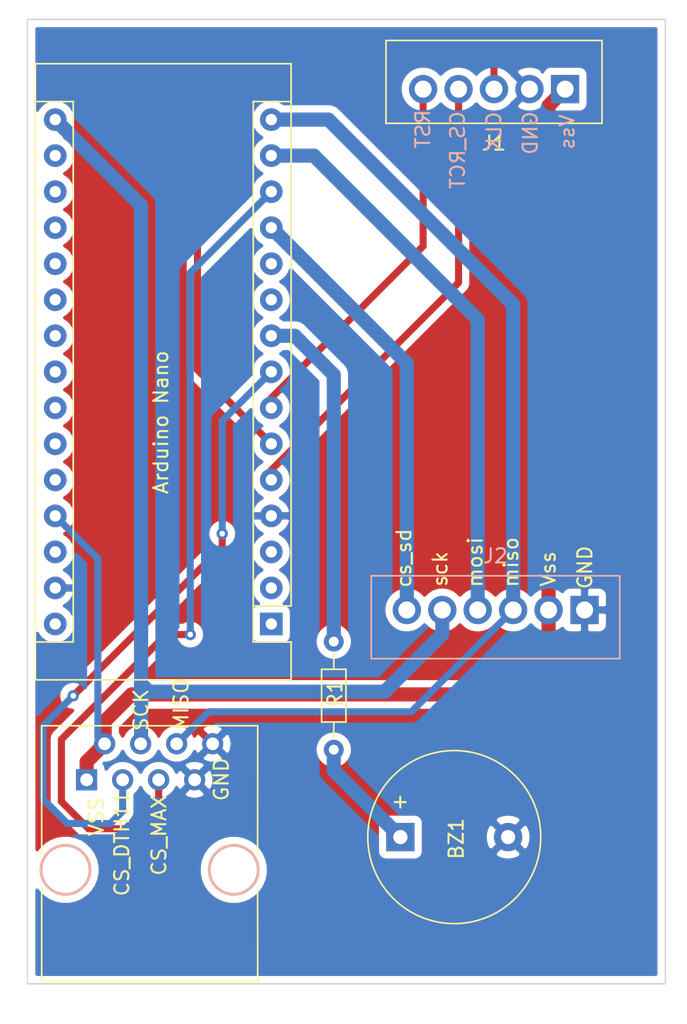
<source format=kicad_pcb>
(kicad_pcb (version 20171130) (host pcbnew "(5.1.6-0)")

  (general
    (thickness 1.6)
    (drawings 21)
    (tracks 79)
    (zones 0)
    (modules 6)
    (nets 31)
  )

  (page A4)
  (layers
    (0 F.Cu signal)
    (31 B.Cu signal)
    (32 B.Adhes user)
    (33 F.Adhes user)
    (34 B.Paste user)
    (35 F.Paste user)
    (36 B.SilkS user)
    (37 F.SilkS user)
    (38 B.Mask user)
    (39 F.Mask user)
    (40 Dwgs.User user)
    (41 Cmts.User user)
    (42 Eco1.User user)
    (43 Eco2.User user)
    (44 Edge.Cuts user)
    (45 Margin user)
    (46 B.CrtYd user)
    (47 F.CrtYd user)
    (48 B.Fab user)
    (49 F.Fab user)
  )

  (setup
    (last_trace_width 0.5)
    (user_trace_width 0.5)
    (user_trace_width 1)
    (user_trace_width 2)
    (trace_clearance 0.2)
    (zone_clearance 0.508)
    (zone_45_only no)
    (trace_min 0.2)
    (via_size 0.8)
    (via_drill 0.4)
    (via_min_size 0.4)
    (via_min_drill 0.3)
    (uvia_size 0.3)
    (uvia_drill 0.1)
    (uvias_allowed no)
    (uvia_min_size 0.2)
    (uvia_min_drill 0.1)
    (edge_width 0.05)
    (segment_width 0.2)
    (pcb_text_width 0.3)
    (pcb_text_size 1.5 1.5)
    (mod_edge_width 0.12)
    (mod_text_size 1 1)
    (mod_text_width 0.15)
    (pad_size 1.524 1.524)
    (pad_drill 0.762)
    (pad_to_mask_clearance 0.05)
    (aux_axis_origin 0 0)
    (visible_elements FFFFFF7F)
    (pcbplotparams
      (layerselection 0x010fc_ffffffff)
      (usegerberextensions false)
      (usegerberattributes true)
      (usegerberadvancedattributes true)
      (creategerberjobfile true)
      (excludeedgelayer true)
      (linewidth 0.100000)
      (plotframeref false)
      (viasonmask false)
      (mode 1)
      (useauxorigin false)
      (hpglpennumber 1)
      (hpglpenspeed 20)
      (hpglpendiameter 15.000000)
      (psnegative false)
      (psa4output false)
      (plotreference true)
      (plotvalue true)
      (plotinvisibletext false)
      (padsonsilk false)
      (subtractmaskfromsilk false)
      (outputformat 1)
      (mirror false)
      (drillshape 0)
      (scaleselection 1)
      (outputdirectory "../../../../../Desktop/tomattologger/"))
  )

  (net 0 "")
  (net 1 "Net-(A1-Pad1)")
  (net 2 "Net-(A1-Pad17)")
  (net 3 "Net-(A1-Pad2)")
  (net 4 "Net-(A1-Pad18)")
  (net 5 "Net-(A1-Pad3)")
  (net 6 "Net-(A1-Pad19)")
  (net 7 GND)
  (net 8 "Net-(A1-Pad20)")
  (net 9 CS_RCT)
  (net 10 "Net-(A1-Pad21)")
  (net 11 CLK)
  (net 12 "Net-(A1-Pad22)")
  (net 13 RST)
  (net 14 "Net-(A1-Pad23)")
  (net 15 CS_DTH11)
  (net 16 "Net-(A1-Pad24)")
  (net 17 Buzzer)
  (net 18 "Net-(A1-Pad25)")
  (net 19 "Net-(A1-Pad10)")
  (net 20 "Net-(A1-Pad26)")
  (net 21 "Net-(A1-Pad11)")
  (net 22 5V)
  (net 23 CS_SD)
  (net 24 "Net-(A1-Pad28)")
  (net 25 CS_MAX)
  (net 26 MOSI)
  (net 27 "Net-(A1-Pad30)")
  (net 28 MISO)
  (net 29 SCK)
  (net 30 "Net-(BZ1-Pad1)")

  (net_class Default "This is the default net class."
    (clearance 0.2)
    (trace_width 0.25)
    (via_dia 0.8)
    (via_drill 0.4)
    (uvia_dia 0.3)
    (uvia_drill 0.1)
    (add_net 5V)
    (add_net Buzzer)
    (add_net CLK)
    (add_net CS_DTH11)
    (add_net CS_MAX)
    (add_net CS_RCT)
    (add_net CS_SD)
    (add_net GND)
    (add_net MISO)
    (add_net MOSI)
    (add_net "Net-(A1-Pad1)")
    (add_net "Net-(A1-Pad10)")
    (add_net "Net-(A1-Pad11)")
    (add_net "Net-(A1-Pad17)")
    (add_net "Net-(A1-Pad18)")
    (add_net "Net-(A1-Pad19)")
    (add_net "Net-(A1-Pad2)")
    (add_net "Net-(A1-Pad20)")
    (add_net "Net-(A1-Pad21)")
    (add_net "Net-(A1-Pad22)")
    (add_net "Net-(A1-Pad23)")
    (add_net "Net-(A1-Pad24)")
    (add_net "Net-(A1-Pad25)")
    (add_net "Net-(A1-Pad26)")
    (add_net "Net-(A1-Pad28)")
    (add_net "Net-(A1-Pad3)")
    (add_net "Net-(A1-Pad30)")
    (add_net "Net-(BZ1-Pad1)")
    (add_net RST)
    (add_net SCK)
  )

  (module Resistors_THT:R_Axial_DIN0204_L3.6mm_D1.6mm_P7.62mm_Horizontal (layer F.Cu) (tedit 5874F706) (tstamp 6477DC82)
    (at 96.60636 120.87352 270)
    (descr "Resistor, Axial_DIN0204 series, Axial, Horizontal, pin pitch=7.62mm, 0.16666666666666666W = 1/6W, length*diameter=3.6*1.6mm^2, http://cdn-reichelt.de/documents/datenblatt/B400/1_4W%23YAG.pdf")
    (tags "Resistor Axial_DIN0204 series Axial Horizontal pin pitch 7.62mm 0.16666666666666666W = 1/6W length 3.6mm diameter 1.6mm")
    (path /6477E031)
    (fp_text reference R1 (at 3.66776 -0.08636 90) (layer F.SilkS)
      (effects (font (size 1 1) (thickness 0.15)))
    )
    (fp_text value R (at 3.81 1.86 90) (layer F.Fab)
      (effects (font (size 1 1) (thickness 0.15)))
    )
    (fp_line (start 2.01 -0.8) (end 2.01 0.8) (layer F.Fab) (width 0.1))
    (fp_line (start 2.01 0.8) (end 5.61 0.8) (layer F.Fab) (width 0.1))
    (fp_line (start 5.61 0.8) (end 5.61 -0.8) (layer F.Fab) (width 0.1))
    (fp_line (start 5.61 -0.8) (end 2.01 -0.8) (layer F.Fab) (width 0.1))
    (fp_line (start 0 0) (end 2.01 0) (layer F.Fab) (width 0.1))
    (fp_line (start 7.62 0) (end 5.61 0) (layer F.Fab) (width 0.1))
    (fp_line (start 1.95 -0.86) (end 1.95 0.86) (layer F.SilkS) (width 0.12))
    (fp_line (start 1.95 0.86) (end 5.67 0.86) (layer F.SilkS) (width 0.12))
    (fp_line (start 5.67 0.86) (end 5.67 -0.86) (layer F.SilkS) (width 0.12))
    (fp_line (start 5.67 -0.86) (end 1.95 -0.86) (layer F.SilkS) (width 0.12))
    (fp_line (start 0.88 0) (end 1.95 0) (layer F.SilkS) (width 0.12))
    (fp_line (start 6.74 0) (end 5.67 0) (layer F.SilkS) (width 0.12))
    (fp_line (start -0.95 -1.15) (end -0.95 1.15) (layer F.CrtYd) (width 0.05))
    (fp_line (start -0.95 1.15) (end 8.6 1.15) (layer F.CrtYd) (width 0.05))
    (fp_line (start 8.6 1.15) (end 8.6 -1.15) (layer F.CrtYd) (width 0.05))
    (fp_line (start 8.6 -1.15) (end -0.95 -1.15) (layer F.CrtYd) (width 0.05))
    (pad 1 thru_hole circle (at 0 0 270) (size 1.4 1.4) (drill 0.7) (layers *.Cu *.Mask)
      (net 17 Buzzer))
    (pad 2 thru_hole oval (at 7.62 0 270) (size 1.4 1.4) (drill 0.7) (layers *.Cu *.Mask)
      (net 30 "Net-(BZ1-Pad1)"))
    (model ${KISYS3DMOD}/Resistors_THT.3dshapes/R_Axial_DIN0204_L3.6mm_D1.6mm_P7.62mm_Horizontal.wrl
      (at (xyz 0 0 0))
      (scale (xyz 0.393701 0.393701 0.393701))
      (rotate (xyz 0 0 0))
    )
  )

  (module Connectors:RJ45_8 (layer F.Cu) (tedit 0) (tstamp 6477DC7F)
    (at 79.1718 130.61696)
    (tags RJ45)
    (path /6477F1ED)
    (fp_text reference J3 (at 4.7 11.18) (layer F.SilkS) hide
      (effects (font (size 1 1) (thickness 0.15)))
    )
    (fp_text value SENSOR (at 4.59 6.25) (layer F.Fab)
      (effects (font (size 1 1) (thickness 0.15)))
    )
    (fp_line (start -3.17 14.22) (end 12.07 14.22) (layer F.SilkS) (width 0.12))
    (fp_line (start 12.07 -3.81) (end 12.06 5.18) (layer F.SilkS) (width 0.12))
    (fp_line (start 12.07 -3.81) (end -3.17 -3.81) (layer F.SilkS) (width 0.12))
    (fp_line (start -3.17 -3.81) (end -3.17 5.19) (layer F.SilkS) (width 0.12))
    (fp_line (start 12.06 7.52) (end 12.07 14.22) (layer F.SilkS) (width 0.12))
    (fp_line (start -3.17 7.51) (end -3.17 14.22) (layer F.SilkS) (width 0.12))
    (fp_line (start -3.56 -4.06) (end 12.46 -4.06) (layer F.CrtYd) (width 0.05))
    (fp_line (start -3.56 -4.06) (end -3.56 14.47) (layer F.CrtYd) (width 0.05))
    (fp_line (start 12.46 14.47) (end 12.46 -4.06) (layer F.CrtYd) (width 0.05))
    (fp_line (start 12.46 14.47) (end -3.56 14.47) (layer F.CrtYd) (width 0.05))
    (pad Hole np_thru_hole circle (at 10.38 6.35) (size 3.65 3.65) (drill 3.25) (layers *.Cu *.SilkS *.Mask))
    (pad Hole np_thru_hole circle (at -1.49 6.35) (size 3.65 3.65) (drill 3.25) (layers *.Cu *.SilkS *.Mask))
    (pad 1 thru_hole rect (at 0 0) (size 1.5 1.5) (drill 0.9) (layers *.Cu *.Mask)
      (net 22 5V))
    (pad 2 thru_hole circle (at 1.27 -2.54) (size 1.5 1.5) (drill 0.9) (layers *.Cu *.Mask)
      (net 22 5V))
    (pad 3 thru_hole circle (at 2.54 0) (size 1.5 1.5) (drill 0.9) (layers *.Cu *.Mask)
      (net 15 CS_DTH11))
    (pad 4 thru_hole circle (at 3.81 -2.54) (size 1.5 1.5) (drill 0.9) (layers *.Cu *.Mask)
      (net 29 SCK))
    (pad 5 thru_hole circle (at 5.08 0) (size 1.5 1.5) (drill 0.9) (layers *.Cu *.Mask)
      (net 25 CS_MAX))
    (pad 6 thru_hole circle (at 6.35 -2.54) (size 1.5 1.5) (drill 0.9) (layers *.Cu *.Mask)
      (net 28 MISO))
    (pad 7 thru_hole circle (at 7.62 0) (size 1.5 1.5) (drill 0.9) (layers *.Cu *.Mask)
      (net 7 GND))
    (pad 8 thru_hole circle (at 8.89 -2.54) (size 1.5 1.5) (drill 0.9) (layers *.Cu *.Mask)
      (net 7 GND))
    (model ${KISYS3DMOD}/Connectors.3dshapes/RJ45_8.wrl
      (offset (xyz 4.571999931335449 -6.349999904632568 0))
      (scale (xyz 0.4 0.4 0.4))
      (rotate (xyz 0 0 0))
    )
  )

  (module Connectors:Wafer_Vertical17.5x5.8x7RM2.5-6 (layer B.Cu) (tedit 556C2AA9) (tstamp 6477DC7C)
    (at 114.3 118.6434 180)
    (descr "Gold-Tek vertical wafer connector with 2.5mm pitch")
    (tags "wafer connector vertical")
    (path /647822E4)
    (fp_text reference J2 (at 6.29 3.81) (layer B.SilkS)
      (effects (font (size 1 1) (thickness 0.15)))
    )
    (fp_text value SD (at 6.29 -5.08) (layer B.Fab)
      (effects (font (size 1 1) (thickness 0.15)) (justify mirror))
    )
    (fp_line (start -2.75 2.75) (end 15.2 2.75) (layer B.CrtYd) (width 0.05))
    (fp_line (start 15.2 2.75) (end 15.2 -3.8) (layer B.CrtYd) (width 0.05))
    (fp_line (start 15.2 -3.8) (end -2.75 -3.8) (layer B.CrtYd) (width 0.05))
    (fp_line (start -2.75 -3.8) (end -2.75 2.75) (layer B.CrtYd) (width 0.05))
    (fp_line (start 15.05 -3.43) (end -2.48 -3.43) (layer B.SilkS) (width 0.12))
    (fp_line (start -2.48 2.41) (end 15.05 2.41) (layer B.SilkS) (width 0.12))
    (fp_line (start 15.05 2.41) (end 15.05 -3.43) (layer B.SilkS) (width 0.12))
    (fp_line (start -2.48 2.41) (end -2.48 -3.43) (layer B.SilkS) (width 0.12))
    (pad 1 thru_hole rect (at 0 0 180) (size 2 2) (drill 1.2) (layers *.Cu *.Mask)
      (net 7 GND))
    (pad 2 thru_hole circle (at 2.54 0 180) (size 2 2) (drill 1.2) (layers *.Cu *.Mask)
      (net 22 5V))
    (pad 3 thru_hole circle (at 5.04 0 180) (size 2 2) (drill 1.2) (layers *.Cu *.Mask)
      (net 28 MISO))
    (pad 4 thru_hole circle (at 7.54 0 180) (size 2 2) (drill 1.2) (layers *.Cu *.Mask)
      (net 26 MOSI))
    (pad 5 thru_hole circle (at 10.04 0 180) (size 2 2) (drill 1.2) (layers *.Cu *.Mask)
      (net 29 SCK))
    (pad 6 thru_hole circle (at 12.54 0 180) (size 2 2) (drill 1.2) (layers *.Cu *.Mask)
      (net 23 CS_SD))
    (model ${KISYS3DMOD}/Connectors.3dshapes/Wafer_Vertical17.5x5.8x7RM2.5-6.wrl
      (at (xyz 0 0 0))
      (scale (xyz 4 4 4))
      (rotate (xyz 0 0 0))
    )
  )

  (module Connectors:Wafer_Vertical15x5.8x7RM2.5-5 (layer F.Cu) (tedit 556C2A98) (tstamp 6477DC79)
    (at 112.9284 81.92008 180)
    (descr "Gold-Tek vertical wafer connector with 2.5mm pitch")
    (tags "wafer connector vertical")
    (path /64784E41)
    (fp_text reference J1 (at 5.02 -3.81) (layer F.SilkS)
      (effects (font (size 1 1) (thickness 0.15)))
    )
    (fp_text value RCT (at 5.02 5.08) (layer F.Fab)
      (effects (font (size 1 1) (thickness 0.15)))
    )
    (fp_line (start -3 -2.75) (end 12.95 -2.75) (layer F.CrtYd) (width 0.05))
    (fp_line (start 12.95 -2.75) (end 12.95 3.8) (layer F.CrtYd) (width 0.05))
    (fp_line (start 12.95 3.8) (end -3 3.8) (layer F.CrtYd) (width 0.05))
    (fp_line (start -3 3.8) (end -3 -2.75) (layer F.CrtYd) (width 0.05))
    (fp_line (start 12.64 3.43) (end -2.6 3.43) (layer F.SilkS) (width 0.12))
    (fp_line (start -2.6 -2.41) (end 12.64 -2.41) (layer F.SilkS) (width 0.12))
    (fp_line (start 12.64 -2.41) (end 12.64 3.43) (layer F.SilkS) (width 0.12))
    (fp_line (start -2.6 -2.41) (end -2.6 3.43) (layer F.SilkS) (width 0.12))
    (pad 1 thru_hole rect (at 0 0 180) (size 2 2) (drill 1.2) (layers *.Cu *.Mask)
      (net 22 5V))
    (pad 2 thru_hole circle (at 2.52 0 180) (size 2 2) (drill 1.2) (layers *.Cu *.Mask)
      (net 7 GND))
    (pad 3 thru_hole circle (at 5.02 0 180) (size 2 2) (drill 1.2) (layers *.Cu *.Mask)
      (net 11 CLK))
    (pad 4 thru_hole circle (at 7.52 0 180) (size 2 2) (drill 1.2) (layers *.Cu *.Mask)
      (net 9 CS_RCT))
    (pad 5 thru_hole circle (at 10.02 0 180) (size 2 2) (drill 1.2) (layers *.Cu *.Mask)
      (net 13 RST))
    (model ${KISYS3DMOD}/Connectors.3dshapes/Wafer_Vertical15x5.8x7RM2.5-5.wrl
      (at (xyz 0 0 0))
      (scale (xyz 4 4 4))
      (rotate (xyz 0 0 0))
    )
  )

  (module Buzzers_Beepers:Buzzer_12x9.5RM7.6 (layer F.Cu) (tedit 58B1A329) (tstamp 6477DC76)
    (at 101.30536 134.65556)
    (descr "Generic Buzzer, D12mm height 9.5mm with RM7.6mm")
    (tags buzzer)
    (path /647801B4)
    (fp_text reference BZ1 (at 3.94208 0.11684 90) (layer F.SilkS)
      (effects (font (size 1 1) (thickness 0.15)))
    )
    (fp_text value Buzzer (at 3.8 7.4) (layer F.Fab)
      (effects (font (size 1 1) (thickness 0.15)))
    )
    (fp_circle (center 3.8 0) (end 10.05 0) (layer F.CrtYd) (width 0.05))
    (fp_circle (center 3.8 0) (end 9.8 0) (layer F.Fab) (width 0.1))
    (fp_circle (center 3.8 0) (end 4.8 0) (layer F.Fab) (width 0.1))
    (fp_circle (center 3.8 0) (end 9.9 0) (layer F.SilkS) (width 0.12))
    (fp_text user + (at -0.01 -2.54) (layer F.Fab)
      (effects (font (size 1 1) (thickness 0.15)))
    )
    (fp_text user + (at -0.01 -2.54) (layer F.SilkS)
      (effects (font (size 1 1) (thickness 0.15)))
    )
    (fp_text user %R (at 3.8 -4) (layer F.Fab)
      (effects (font (size 1 1) (thickness 0.15)))
    )
    (pad 1 thru_hole rect (at 0 0) (size 2 2) (drill 1) (layers *.Cu *.Mask)
      (net 30 "Net-(BZ1-Pad1)"))
    (pad 2 thru_hole circle (at 7.6 0) (size 2 2) (drill 1) (layers *.Cu *.Mask)
      (net 7 GND))
    (model ${KISYS3DMOD}/Buzzers_Beepers.3dshapes/Buzzer_12x9.5RM7.6.wrl
      (offset (xyz 3.809999942779541 0 0))
      (scale (xyz 4 4 4))
      (rotate (xyz 0 0 0))
    )
  )

  (module Modules:Arduino_Nano (layer F.Cu) (tedit 58ACAF70) (tstamp 6497D1D5)
    (at 92.19692 119.62892 180)
    (descr "Arduino Nano, http://www.mouser.com/pdfdocs/Gravitech_Arduino_Nano3_0.pdf")
    (tags "Arduino Nano")
    (path /6477CAB0)
    (fp_text reference "Arduino Nano" (at 7.78256 14.21892 270) (layer F.SilkS)
      (effects (font (size 1 1) (thickness 0.15)))
    )
    (fp_text value Arduino_Nano_v2.x (at 8.89 19.05 90) (layer F.Fab)
      (effects (font (size 1 1) (thickness 0.15)))
    )
    (fp_line (start 1.27 1.27) (end 1.27 -1.27) (layer F.SilkS) (width 0.12))
    (fp_line (start 1.27 -1.27) (end -1.4 -1.27) (layer F.SilkS) (width 0.12))
    (fp_line (start -1.4 1.27) (end -1.4 39.5) (layer F.SilkS) (width 0.12))
    (fp_line (start -1.4 -3.94) (end -1.4 -1.27) (layer F.SilkS) (width 0.12))
    (fp_line (start 13.97 -1.27) (end 16.64 -1.27) (layer F.SilkS) (width 0.12))
    (fp_line (start 13.97 -1.27) (end 13.97 36.83) (layer F.SilkS) (width 0.12))
    (fp_line (start 13.97 36.83) (end 16.64 36.83) (layer F.SilkS) (width 0.12))
    (fp_line (start 1.27 1.27) (end -1.4 1.27) (layer F.SilkS) (width 0.12))
    (fp_line (start 1.27 1.27) (end 1.27 36.83) (layer F.SilkS) (width 0.12))
    (fp_line (start 1.27 36.83) (end -1.4 36.83) (layer F.SilkS) (width 0.12))
    (fp_line (start 3.81 31.75) (end 11.43 31.75) (layer F.Fab) (width 0.1))
    (fp_line (start 11.43 31.75) (end 11.43 41.91) (layer F.Fab) (width 0.1))
    (fp_line (start 11.43 41.91) (end 3.81 41.91) (layer F.Fab) (width 0.1))
    (fp_line (start 3.81 41.91) (end 3.81 31.75) (layer F.Fab) (width 0.1))
    (fp_line (start -1.4 39.5) (end 16.64 39.5) (layer F.SilkS) (width 0.12))
    (fp_line (start 16.64 39.5) (end 16.64 -3.94) (layer F.SilkS) (width 0.12))
    (fp_line (start 16.64 -3.94) (end -1.4 -3.94) (layer F.SilkS) (width 0.12))
    (fp_line (start 16.51 39.37) (end -1.27 39.37) (layer F.Fab) (width 0.1))
    (fp_line (start -1.27 39.37) (end -1.27 -2.54) (layer F.Fab) (width 0.1))
    (fp_line (start -1.27 -2.54) (end 0 -3.81) (layer F.Fab) (width 0.1))
    (fp_line (start 0 -3.81) (end 16.51 -3.81) (layer F.Fab) (width 0.1))
    (fp_line (start 16.51 -3.81) (end 16.51 39.37) (layer F.Fab) (width 0.1))
    (fp_line (start -1.53 -4.06) (end 16.75 -4.06) (layer F.CrtYd) (width 0.05))
    (fp_line (start -1.53 -4.06) (end -1.53 42.16) (layer F.CrtYd) (width 0.05))
    (fp_line (start 16.75 42.16) (end 16.75 -4.06) (layer F.CrtYd) (width 0.05))
    (fp_line (start 16.75 42.16) (end -1.53 42.16) (layer F.CrtYd) (width 0.05))
    (fp_text user %R (at 6.35 19.05 90) (layer F.Fab)
      (effects (font (size 1 1) (thickness 0.15)))
    )
    (pad 1 thru_hole rect (at 0 0 180) (size 1.6 1.6) (drill 0.8) (layers *.Cu *.Mask)
      (net 1 "Net-(A1-Pad1)"))
    (pad 17 thru_hole oval (at 15.24 33.02 180) (size 1.6 1.6) (drill 0.8) (layers *.Cu *.Mask)
      (net 2 "Net-(A1-Pad17)"))
    (pad 2 thru_hole oval (at 0 2.54 180) (size 1.6 1.6) (drill 0.8) (layers *.Cu *.Mask)
      (net 3 "Net-(A1-Pad2)"))
    (pad 18 thru_hole oval (at 15.24 30.48 180) (size 1.6 1.6) (drill 0.8) (layers *.Cu *.Mask)
      (net 4 "Net-(A1-Pad18)"))
    (pad 3 thru_hole oval (at 0 5.08 180) (size 1.6 1.6) (drill 0.8) (layers *.Cu *.Mask)
      (net 5 "Net-(A1-Pad3)"))
    (pad 19 thru_hole oval (at 15.24 27.94 180) (size 1.6 1.6) (drill 0.8) (layers *.Cu *.Mask)
      (net 6 "Net-(A1-Pad19)"))
    (pad 4 thru_hole oval (at 0 7.62 180) (size 1.6 1.6) (drill 0.8) (layers *.Cu *.Mask)
      (net 7 GND))
    (pad 20 thru_hole oval (at 15.24 25.4 180) (size 1.6 1.6) (drill 0.8) (layers *.Cu *.Mask)
      (net 8 "Net-(A1-Pad20)"))
    (pad 5 thru_hole oval (at 0 10.16 180) (size 1.6 1.6) (drill 0.8) (layers *.Cu *.Mask)
      (net 9 CS_RCT))
    (pad 21 thru_hole oval (at 15.24 22.86 180) (size 1.6 1.6) (drill 0.8) (layers *.Cu *.Mask)
      (net 10 "Net-(A1-Pad21)"))
    (pad 6 thru_hole oval (at 0 12.7 180) (size 1.6 1.6) (drill 0.8) (layers *.Cu *.Mask)
      (net 11 CLK))
    (pad 22 thru_hole oval (at 15.24 20.32 180) (size 1.6 1.6) (drill 0.8) (layers *.Cu *.Mask)
      (net 12 "Net-(A1-Pad22)"))
    (pad 7 thru_hole oval (at 0 15.24 180) (size 1.6 1.6) (drill 0.8) (layers *.Cu *.Mask)
      (net 13 RST))
    (pad 23 thru_hole oval (at 15.24 17.78 180) (size 1.6 1.6) (drill 0.8) (layers *.Cu *.Mask)
      (net 14 "Net-(A1-Pad23)"))
    (pad 8 thru_hole oval (at 0 17.78 180) (size 1.6 1.6) (drill 0.8) (layers *.Cu *.Mask)
      (net 15 CS_DTH11))
    (pad 24 thru_hole oval (at 15.24 15.24 180) (size 1.6 1.6) (drill 0.8) (layers *.Cu *.Mask)
      (net 16 "Net-(A1-Pad24)"))
    (pad 9 thru_hole oval (at 0 20.32 180) (size 1.6 1.6) (drill 0.8) (layers *.Cu *.Mask)
      (net 17 Buzzer))
    (pad 25 thru_hole oval (at 15.24 12.7 180) (size 1.6 1.6) (drill 0.8) (layers *.Cu *.Mask)
      (net 18 "Net-(A1-Pad25)"))
    (pad 10 thru_hole oval (at 0 22.86 180) (size 1.6 1.6) (drill 0.8) (layers *.Cu *.Mask)
      (net 19 "Net-(A1-Pad10)"))
    (pad 26 thru_hole oval (at 15.24 10.16 180) (size 1.6 1.6) (drill 0.8) (layers *.Cu *.Mask)
      (net 20 "Net-(A1-Pad26)"))
    (pad 11 thru_hole oval (at 0 25.4 180) (size 1.6 1.6) (drill 0.8) (layers *.Cu *.Mask)
      (net 21 "Net-(A1-Pad11)"))
    (pad 27 thru_hole oval (at 15.24 7.62 180) (size 1.6 1.6) (drill 0.8) (layers *.Cu *.Mask)
      (net 22 5V))
    (pad 12 thru_hole oval (at 0 27.94 180) (size 1.6 1.6) (drill 0.8) (layers *.Cu *.Mask)
      (net 23 CS_SD))
    (pad 28 thru_hole oval (at 15.24 5.08 180) (size 1.6 1.6) (drill 0.8) (layers *.Cu *.Mask)
      (net 24 "Net-(A1-Pad28)"))
    (pad 13 thru_hole oval (at 0 30.48 180) (size 1.6 1.6) (drill 0.8) (layers *.Cu *.Mask)
      (net 25 CS_MAX))
    (pad 29 thru_hole oval (at 15.24 2.54 180) (size 1.6 1.6) (drill 0.8) (layers *.Cu *.Mask)
      (net 7 GND))
    (pad 14 thru_hole oval (at 0 33.02 180) (size 1.6 1.6) (drill 0.8) (layers *.Cu *.Mask)
      (net 26 MOSI))
    (pad 30 thru_hole oval (at 15.24 0 180) (size 1.6 1.6) (drill 0.8) (layers *.Cu *.Mask)
      (net 27 "Net-(A1-Pad30)"))
    (pad 15 thru_hole oval (at 0 35.56 180) (size 1.6 1.6) (drill 0.8) (layers *.Cu *.Mask)
      (net 28 MISO))
    (pad 16 thru_hole oval (at 15.24 35.56 180) (size 1.6 1.6) (drill 0.8) (layers *.Cu *.Mask)
      (net 29 SCK))
  )

  (gr_text GND (at 88.67648 130.5814 90) (layer F.SilkS)
    (effects (font (size 1 1) (thickness 0.15)))
  )
  (gr_text MISO (at 85.83676 125.30328 90) (layer F.SilkS)
    (effects (font (size 1 1) (thickness 0.15)))
  )
  (gr_text CS_MAX (at 84.2772 134.53364 90) (layer F.SilkS)
    (effects (font (size 1 1) (thickness 0.15)))
  )
  (gr_text SCK (at 83.0072 125.69444 90) (layer F.SilkS)
    (effects (font (size 1 1) (thickness 0.15)))
  )
  (gr_text CS_DTH11 (at 81.65592 135.10768 90) (layer F.SilkS)
    (effects (font (size 1 1) (thickness 0.15)))
  )
  (gr_text VSS (at 79.8576 133.21284 90) (layer F.SilkS)
    (effects (font (size 1 1) (thickness 0.15)))
  )
  (gr_text Vss (at 113.07572 84.94268 90) (layer B.SilkS)
    (effects (font (size 1 1) (thickness 0.15)) (justify mirror))
  )
  (gr_text GND (at 110.46968 85.01888 90) (layer B.SilkS)
    (effects (font (size 1 1) (thickness 0.15)) (justify mirror))
  )
  (gr_text CLK (at 107.90936 84.92236 90) (layer B.SilkS)
    (effects (font (size 1 1) (thickness 0.15)) (justify mirror))
  )
  (gr_text CS_RCT (at 105.34396 86.21776 90) (layer B.SilkS)
    (effects (font (size 1 1) (thickness 0.15)) (justify mirror))
  )
  (gr_text RST (at 102.8954 84.7344 90) (layer B.SilkS)
    (effects (font (size 1 1) (thickness 0.15)) (justify mirror))
  )
  (gr_text GND (at 114.3254 115.64112 90) (layer F.SilkS)
    (effects (font (size 1 1) (thickness 0.15)))
  )
  (gr_text Vss (at 111.73968 115.74272 90) (layer F.SilkS)
    (effects (font (size 1 1) (thickness 0.15)))
  )
  (gr_text miso (at 109.11332 115.27536 90) (layer F.SilkS)
    (effects (font (size 1 1) (thickness 0.15)))
  )
  (gr_text mosi (at 106.58348 115.27536 90) (layer F.SilkS)
    (effects (font (size 1 1) (thickness 0.15)))
  )
  (gr_text sck (at 104.10952 115.75796 90) (layer F.SilkS)
    (effects (font (size 1 1) (thickness 0.15)))
  )
  (gr_text cs_sd (at 101.55936 114.9858 90) (layer F.SilkS)
    (effects (font (size 1 1) (thickness 0.15)))
  )
  (gr_line (start 120 77) (end 120 145) (layer Edge.Cuts) (width 0.1))
  (gr_line (start 75 77) (end 120 77) (layer Edge.Cuts) (width 0.1))
  (gr_line (start 75 145) (end 75 77) (layer Edge.Cuts) (width 0.1) (tstamp 6477EA61))
  (gr_line (start 120 145) (end 75 145) (layer Edge.Cuts) (width 0.1))

  (segment (start 92.19692 108.778922) (end 92.19692 109.46892) (width 0.5) (layer F.Cu) (net 9))
  (segment (start 105.4084 95.567442) (end 92.19692 108.778922) (width 0.5) (layer F.Cu) (net 9))
  (segment (start 105.4084 81.92008) (end 105.4084 95.567442) (width 0.5) (layer F.Cu) (net 9))
  (segment (start 92.19692 106.92892) (end 86.98992 101.72192) (width 0.5) (layer F.Cu) (net 11))
  (segment (start 86.98992 101.72192) (end 86.98992 81.75752) (width 0.5) (layer F.Cu) (net 11))
  (segment (start 86.98992 81.75752) (end 89.03716 79.71028) (width 0.5) (layer F.Cu) (net 11))
  (segment (start 107.4446 79.71028) (end 107.9084 80.17408) (width 0.5) (layer F.Cu) (net 11))
  (segment (start 107.9084 80.17408) (end 107.9084 81.92008) (width 0.5) (layer F.Cu) (net 11))
  (segment (start 89.03716 79.71028) (end 107.4446 79.71028) (width 0.5) (layer F.Cu) (net 11))
  (segment (start 92.19692 103.698922) (end 92.19692 104.38892) (width 0.5) (layer F.Cu) (net 13))
  (segment (start 102.9084 92.987442) (end 92.19692 103.698922) (width 0.5) (layer F.Cu) (net 13))
  (segment (start 102.9084 81.92008) (end 102.9084 92.987442) (width 0.5) (layer F.Cu) (net 13))
  (segment (start 92.19692 101.84892) (end 88.73744 105.3084) (width 0.5) (layer B.Cu) (net 15))
  (segment (start 88.73744 105.3084) (end 88.73744 113.26368) (width 0.5) (layer B.Cu) (net 15))
  (segment (start 88.73744 113.26368) (end 88.73744 113.26368) (width 0.5) (layer B.Cu) (net 15) (tstamp 6497CC5F))
  (via (at 88.73744 113.26368) (size 0.8) (drill 0.4) (layers F.Cu B.Cu) (net 15))
  (segment (start 88.73744 113.26368) (end 88.73744 114.18316) (width 0.5) (layer F.Cu) (net 15))
  (segment (start 88.73744 114.18316) (end 78.22438 124.69622) (width 0.5) (layer F.Cu) (net 15))
  (segment (start 78.22438 124.69622) (end 78.21676 124.70384) (width 0.5) (layer F.Cu) (net 15) (tstamp 6497CD18))
  (via (at 78.22438 124.69622) (size 0.8) (drill 0.4) (layers F.Cu B.Cu) (net 15))
  (segment (start 78.22438 124.69622) (end 76.0984 126.8222) (width 0.5) (layer B.Cu) (net 15))
  (segment (start 76.0984 126.8222) (end 76.0984 131.98348) (width 0.5) (layer B.Cu) (net 15))
  (segment (start 76.0984 131.98348) (end 77.81544 133.70052) (width 0.5) (layer B.Cu) (net 15))
  (segment (start 77.81544 133.70052) (end 80.84312 133.70052) (width 0.5) (layer B.Cu) (net 15))
  (segment (start 81.7118 132.83184) (end 81.7118 130.61696) (width 0.5) (layer B.Cu) (net 15))
  (segment (start 80.84312 133.70052) (end 81.7118 132.83184) (width 0.5) (layer B.Cu) (net 15))
  (segment (start 96.60636 120.87352) (end 96.60636 102.06736) (width 1) (layer B.Cu) (net 17))
  (segment (start 93.84792 99.30892) (end 92.19692 99.30892) (width 1) (layer B.Cu) (net 17))
  (segment (start 96.60636 102.06736) (end 93.84792 99.30892) (width 1) (layer B.Cu) (net 17))
  (segment (start 80.4418 128.07696) (end 80.4418 126.49708) (width 1) (layer F.Cu) (net 22))
  (segment (start 80.4418 126.49708) (end 82.34172 124.59716) (width 1) (layer F.Cu) (net 22))
  (segment (start 111.76 120.38584) (end 111.76 118.6434) (width 1) (layer F.Cu) (net 22))
  (segment (start 107.54868 124.59716) (end 111.76 120.38584) (width 1) (layer F.Cu) (net 22))
  (segment (start 79.1718 129.34696) (end 80.4418 128.07696) (width 1) (layer F.Cu) (net 22))
  (segment (start 79.1718 130.61696) (end 79.1718 129.34696) (width 1) (layer F.Cu) (net 22))
  (segment (start 86.995 124.59716) (end 107.54868 124.59716) (width 1) (layer F.Cu) (net 22))
  (segment (start 86.14664 124.59716) (end 86.995 124.59716) (width 1) (layer F.Cu) (net 22))
  (segment (start 85.02396 124.59716) (end 86.14664 124.59716) (width 1) (layer F.Cu) (net 22))
  (segment (start 82.34172 124.59716) (end 85.02396 124.59716) (width 1) (layer F.Cu) (net 22))
  (segment (start 111.76 83.08848) (end 112.9284 81.92008) (width 1) (layer F.Cu) (net 22))
  (segment (start 111.76 118.6434) (end 111.76 83.08848) (width 1) (layer F.Cu) (net 22))
  (segment (start 76.95692 112.00892) (end 79.96428 115.01628) (width 0.5) (layer B.Cu) (net 22))
  (segment (start 79.96428 127.59944) (end 80.4418 128.07696) (width 0.5) (layer B.Cu) (net 22))
  (segment (start 79.96428 115.01628) (end 79.96428 127.59944) (width 0.5) (layer B.Cu) (net 22))
  (segment (start 101.76 101.252) (end 101.76 118.6434) (width 1) (layer B.Cu) (net 23))
  (segment (start 92.19692 91.68892) (end 101.76 101.252) (width 1) (layer B.Cu) (net 23))
  (segment (start 92.19692 89.14892) (end 86.48192 94.86392) (width 0.5) (layer B.Cu) (net 25))
  (segment (start 86.48192 94.86392) (end 86.48192 120.37568) (width 0.5) (layer B.Cu) (net 25))
  (segment (start 86.48192 120.37568) (end 86.48192 120.37568) (width 0.5) (layer B.Cu) (net 25) (tstamp 6477E94E))
  (via (at 86.48192 120.37568) (size 0.8) (drill 0.4) (layers F.Cu B.Cu) (net 25))
  (segment (start 86.48192 120.37568) (end 84.78012 120.37568) (width 0.5) (layer F.Cu) (net 25))
  (segment (start 84.78012 120.37568) (end 77.3938 127.762) (width 0.5) (layer F.Cu) (net 25))
  (segment (start 77.3938 127.762) (end 77.3938 132.1562) (width 0.5) (layer F.Cu) (net 25))
  (segment (start 77.3938 132.1562) (end 79.30388 134.06628) (width 0.5) (layer F.Cu) (net 25))
  (segment (start 84.2518 130.61696) (end 84.2518 132.4102) (width 0.5) (layer F.Cu) (net 25))
  (segment (start 82.59572 134.06628) (end 79.30388 134.06628) (width 0.5) (layer F.Cu) (net 25))
  (segment (start 84.2518 132.4102) (end 82.59572 134.06628) (width 0.5) (layer F.Cu) (net 25))
  (segment (start 92.19692 86.60892) (end 95.20428 86.60892) (width 1) (layer B.Cu) (net 26))
  (segment (start 106.76 98.16464) (end 106.76 118.6434) (width 1) (layer B.Cu) (net 26))
  (segment (start 95.20428 86.60892) (end 106.76 98.16464) (width 1) (layer B.Cu) (net 26))
  (segment (start 92.19692 84.06892) (end 96.22536 84.06892) (width 1) (layer B.Cu) (net 28))
  (segment (start 109.26 97.10356) (end 109.26 118.6434) (width 1) (layer B.Cu) (net 28))
  (segment (start 96.22536 84.06892) (end 109.26 97.10356) (width 1) (layer B.Cu) (net 28))
  (segment (start 109.26 118.6434) (end 102.08196 125.82144) (width 0.5) (layer B.Cu) (net 28))
  (segment (start 87.77732 125.82144) (end 85.5218 128.07696) (width 0.5) (layer B.Cu) (net 28))
  (segment (start 102.08196 125.82144) (end 87.77732 125.82144) (width 0.5) (layer B.Cu) (net 28))
  (segment (start 76.95692 84.06892) (end 83.01228 90.12428) (width 1) (layer B.Cu) (net 29))
  (segment (start 83.01228 128.04648) (end 82.9818 128.07696) (width 1) (layer B.Cu) (net 29))
  (segment (start 104.26 118.6434) (end 104.26 120.34712) (width 1) (layer B.Cu) (net 29))
  (segment (start 104.26 120.34712) (end 100.203 124.40412) (width 1) (layer B.Cu) (net 29))
  (segment (start 100.203 124.40412) (end 83.50504 124.40412) (width 1) (layer B.Cu) (net 29))
  (segment (start 83.01228 124.89688) (end 83.01228 128.04648) (width 1) (layer B.Cu) (net 29))
  (segment (start 83.50504 124.40412) (end 83.01228 124.89688) (width 1) (layer B.Cu) (net 29))
  (segment (start 83.50504 124.34316) (end 83.01228 123.8504) (width 1) (layer B.Cu) (net 29))
  (segment (start 83.01228 123.8504) (end 83.01228 124.89688) (width 1) (layer B.Cu) (net 29))
  (segment (start 83.50504 124.40412) (end 83.50504 124.34316) (width 1) (layer B.Cu) (net 29))
  (segment (start 83.01228 90.12428) (end 83.01228 123.8504) (width 1) (layer B.Cu) (net 29))
  (segment (start 96.60636 129.95656) (end 101.30536 134.65556) (width 1) (layer B.Cu) (net 30))
  (segment (start 96.60636 128.49352) (end 96.60636 129.95656) (width 1) (layer B.Cu) (net 30))

  (zone (net 7) (net_name GND) (layer B.Cu) (tstamp 0) (hatch edge 0.508)
    (connect_pads (clearance 0.508))
    (min_thickness 0.254)
    (fill yes (arc_segments 32) (thermal_gap 0.508) (thermal_bridge_width 0.508))
    (polygon
      (pts
        (xy 74.43216 76.07808) (xy 74.52868 76.0476) (xy 74.36104 76.04252) (xy 121.45264 76.0984) (xy 120.82272 147.30476)
        (xy 73.11136 146.72564) (xy 73.89368 76.01204)
      )
    )
    (filled_polygon
      (pts
        (xy 119.315001 144.315) (xy 75.685 144.315) (xy 75.685 138.406421) (xy 75.770993 138.535119) (xy 76.113641 138.877767)
        (xy 76.516553 139.146984) (xy 76.964244 139.332424) (xy 77.439511 139.42696) (xy 77.924089 139.42696) (xy 78.399356 139.332424)
        (xy 78.847047 139.146984) (xy 79.249959 138.877767) (xy 79.592607 138.535119) (xy 79.861824 138.132207) (xy 80.047264 137.684516)
        (xy 80.1418 137.209249) (xy 80.1418 136.724671) (xy 87.0918 136.724671) (xy 87.0918 137.209249) (xy 87.186336 137.684516)
        (xy 87.371776 138.132207) (xy 87.640993 138.535119) (xy 87.983641 138.877767) (xy 88.386553 139.146984) (xy 88.834244 139.332424)
        (xy 89.309511 139.42696) (xy 89.794089 139.42696) (xy 90.269356 139.332424) (xy 90.717047 139.146984) (xy 91.119959 138.877767)
        (xy 91.462607 138.535119) (xy 91.731824 138.132207) (xy 91.917264 137.684516) (xy 92.0118 137.209249) (xy 92.0118 136.724671)
        (xy 91.917264 136.249404) (xy 91.731824 135.801713) (xy 91.462607 135.398801) (xy 91.119959 135.056153) (xy 90.717047 134.786936)
        (xy 90.269356 134.601496) (xy 89.794089 134.50696) (xy 89.309511 134.50696) (xy 88.834244 134.601496) (xy 88.386553 134.786936)
        (xy 87.983641 135.056153) (xy 87.640993 135.398801) (xy 87.371776 135.801713) (xy 87.186336 136.249404) (xy 87.0918 136.724671)
        (xy 80.1418 136.724671) (xy 80.047264 136.249404) (xy 79.861824 135.801713) (xy 79.592607 135.398801) (xy 79.249959 135.056153)
        (xy 78.847047 134.786936) (xy 78.399356 134.601496) (xy 78.319039 134.58552) (xy 80.799651 134.58552) (xy 80.84312 134.589801)
        (xy 80.886589 134.58552) (xy 80.886597 134.58552) (xy 81.01661 134.572715) (xy 81.183433 134.522109) (xy 81.337179 134.439931)
        (xy 81.471937 134.329337) (xy 81.499654 134.295564) (xy 82.30685 133.488369) (xy 82.340617 133.460657) (xy 82.451211 133.325899)
        (xy 82.533389 133.172153) (xy 82.583995 133.00533) (xy 82.5968 132.875317) (xy 82.5968 132.875307) (xy 82.601081 132.831841)
        (xy 82.5968 132.788374) (xy 82.5968 131.690645) (xy 82.787599 131.499846) (xy 82.939171 131.273003) (xy 82.9818 131.170087)
        (xy 83.024429 131.273003) (xy 83.176001 131.499846) (xy 83.368914 131.692759) (xy 83.595757 131.844331) (xy 83.847811 131.948735)
        (xy 84.115389 132.00196) (xy 84.388211 132.00196) (xy 84.655789 131.948735) (xy 84.907843 131.844331) (xy 85.134686 131.692759)
        (xy 85.253492 131.573953) (xy 86.014412 131.573953) (xy 86.079937 131.81282) (xy 86.326916 131.92872) (xy 86.59176 131.99421)
        (xy 86.864292 132.006772) (xy 87.134038 131.965925) (xy 87.390632 131.873237) (xy 87.503663 131.81282) (xy 87.569188 131.573953)
        (xy 86.7918 130.796565) (xy 86.014412 131.573953) (xy 85.253492 131.573953) (xy 85.327599 131.499846) (xy 85.479171 131.273003)
        (xy 85.520311 131.173681) (xy 85.535523 131.215792) (xy 85.59594 131.328823) (xy 85.834807 131.394348) (xy 86.612195 130.61696)
        (xy 86.971405 130.61696) (xy 87.748793 131.394348) (xy 87.98766 131.328823) (xy 88.10356 131.081844) (xy 88.16905 130.817)
        (xy 88.181612 130.544468) (xy 88.140765 130.274722) (xy 88.048077 130.018128) (xy 87.98766 129.905097) (xy 87.748793 129.839572)
        (xy 86.971405 130.61696) (xy 86.612195 130.61696) (xy 85.834807 129.839572) (xy 85.59594 129.905097) (xy 85.521636 130.063437)
        (xy 85.479171 129.960917) (xy 85.327599 129.734074) (xy 85.253492 129.659967) (xy 86.014412 129.659967) (xy 86.7918 130.437355)
        (xy 87.569188 129.659967) (xy 87.503663 129.4211) (xy 87.256684 129.3052) (xy 86.99184 129.23971) (xy 86.719308 129.227148)
        (xy 86.449562 129.267995) (xy 86.192968 129.360683) (xy 86.079937 129.4211) (xy 86.014412 129.659967) (xy 85.253492 129.659967)
        (xy 85.134686 129.541161) (xy 84.907843 129.389589) (xy 84.655789 129.285185) (xy 84.388211 129.23196) (xy 84.115389 129.23196)
        (xy 83.847811 129.285185) (xy 83.595757 129.389589) (xy 83.368914 129.541161) (xy 83.176001 129.734074) (xy 83.024429 129.960917)
        (xy 82.9818 130.063833) (xy 82.939171 129.960917) (xy 82.787599 129.734074) (xy 82.594686 129.541161) (xy 82.367843 129.389589)
        (xy 82.115789 129.285185) (xy 81.848211 129.23196) (xy 81.575389 129.23196) (xy 81.307811 129.285185) (xy 81.055757 129.389589)
        (xy 80.828914 129.541161) (xy 80.636001 129.734074) (xy 80.558245 129.850443) (xy 80.547612 129.742478) (xy 80.511302 129.62278)
        (xy 80.452337 129.512466) (xy 80.410888 129.46196) (xy 80.578211 129.46196) (xy 80.845789 129.408735) (xy 81.097843 129.304331)
        (xy 81.324686 129.152759) (xy 81.517599 128.959846) (xy 81.669171 128.733003) (xy 81.7118 128.630087) (xy 81.754429 128.733003)
        (xy 81.906001 128.959846) (xy 82.098914 129.152759) (xy 82.325757 129.304331) (xy 82.577811 129.408735) (xy 82.845389 129.46196)
        (xy 83.118211 129.46196) (xy 83.385789 129.408735) (xy 83.637843 129.304331) (xy 83.864686 129.152759) (xy 84.057599 128.959846)
        (xy 84.209171 128.733003) (xy 84.2518 128.630087) (xy 84.294429 128.733003) (xy 84.446001 128.959846) (xy 84.638914 129.152759)
        (xy 84.865757 129.304331) (xy 85.117811 129.408735) (xy 85.385389 129.46196) (xy 85.658211 129.46196) (xy 85.925789 129.408735)
        (xy 86.177843 129.304331) (xy 86.404686 129.152759) (xy 86.523492 129.033953) (xy 87.284412 129.033953) (xy 87.349937 129.27282)
        (xy 87.596916 129.38872) (xy 87.86176 129.45421) (xy 88.134292 129.466772) (xy 88.404038 129.425925) (xy 88.660632 129.333237)
        (xy 88.773663 129.27282) (xy 88.839188 129.033953) (xy 88.0618 128.256565) (xy 87.284412 129.033953) (xy 86.523492 129.033953)
        (xy 86.597599 128.959846) (xy 86.749171 128.733003) (xy 86.790311 128.633681) (xy 86.805523 128.675792) (xy 86.86594 128.788823)
        (xy 87.104807 128.854348) (xy 87.882195 128.07696) (xy 88.241405 128.07696) (xy 89.018793 128.854348) (xy 89.25766 128.788823)
        (xy 89.37356 128.541844) (xy 89.418022 128.362034) (xy 95.27136 128.362034) (xy 95.27136 128.625006) (xy 95.322664 128.882925)
        (xy 95.423299 129.125879) (xy 95.47136 129.197808) (xy 95.47136 129.900809) (xy 95.465869 129.95656) (xy 95.47136 130.012311)
        (xy 95.47136 130.012312) (xy 95.487783 130.179059) (xy 95.552684 130.393007) (xy 95.658077 130.590183) (xy 95.799912 130.763009)
        (xy 95.84322 130.798551) (xy 99.667288 134.622621) (xy 99.667288 135.65556) (xy 99.679548 135.780042) (xy 99.715858 135.89974)
        (xy 99.774823 136.010054) (xy 99.854175 136.106745) (xy 99.950866 136.186097) (xy 100.06118 136.245062) (xy 100.180878 136.281372)
        (xy 100.30536 136.293632) (xy 102.30536 136.293632) (xy 102.429842 136.281372) (xy 102.54954 136.245062) (xy 102.659854 136.186097)
        (xy 102.756545 136.106745) (xy 102.835897 136.010054) (xy 102.894862 135.89974) (xy 102.927856 135.790973) (xy 107.949552 135.790973)
        (xy 108.045316 136.055374) (xy 108.334931 136.196264) (xy 108.646468 136.277944) (xy 108.967955 136.297278) (xy 109.287035 136.253521)
        (xy 109.591448 136.148355) (xy 109.765404 136.055374) (xy 109.861168 135.790973) (xy 108.90536 134.835165) (xy 107.949552 135.790973)
        (xy 102.927856 135.790973) (xy 102.931172 135.780042) (xy 102.943432 135.65556) (xy 102.943432 134.718155) (xy 107.263642 134.718155)
        (xy 107.307399 135.037235) (xy 107.412565 135.341648) (xy 107.505546 135.515604) (xy 107.769947 135.611368) (xy 108.725755 134.65556)
        (xy 109.084965 134.65556) (xy 110.040773 135.611368) (xy 110.305174 135.515604) (xy 110.446064 135.225989) (xy 110.527744 134.914452)
        (xy 110.547078 134.592965) (xy 110.503321 134.273885) (xy 110.398155 133.969472) (xy 110.305174 133.795516) (xy 110.040773 133.699752)
        (xy 109.084965 134.65556) (xy 108.725755 134.65556) (xy 107.769947 133.699752) (xy 107.505546 133.795516) (xy 107.364656 134.085131)
        (xy 107.282976 134.396668) (xy 107.263642 134.718155) (xy 102.943432 134.718155) (xy 102.943432 133.65556) (xy 102.931172 133.531078)
        (xy 102.927857 133.520147) (xy 107.949552 133.520147) (xy 108.90536 134.475955) (xy 109.861168 133.520147) (xy 109.765404 133.255746)
        (xy 109.475789 133.114856) (xy 109.164252 133.033176) (xy 108.842765 133.013842) (xy 108.523685 133.057599) (xy 108.219272 133.162765)
        (xy 108.045316 133.255746) (xy 107.949552 133.520147) (xy 102.927857 133.520147) (xy 102.894862 133.41138) (xy 102.835897 133.301066)
        (xy 102.756545 133.204375) (xy 102.659854 133.125023) (xy 102.54954 133.066058) (xy 102.429842 133.029748) (xy 102.30536 133.017488)
        (xy 101.272421 133.017488) (xy 97.74136 129.486429) (xy 97.74136 129.197808) (xy 97.789421 129.125879) (xy 97.890056 128.882925)
        (xy 97.94136 128.625006) (xy 97.94136 128.362034) (xy 97.890056 128.104115) (xy 97.789421 127.861161) (xy 97.643322 127.642507)
        (xy 97.457373 127.456558) (xy 97.238719 127.310459) (xy 96.995765 127.209824) (xy 96.737846 127.15852) (xy 96.474874 127.15852)
        (xy 96.216955 127.209824) (xy 95.974001 127.310459) (xy 95.755347 127.456558) (xy 95.569398 127.642507) (xy 95.423299 127.861161)
        (xy 95.322664 128.104115) (xy 95.27136 128.362034) (xy 89.418022 128.362034) (xy 89.43905 128.277) (xy 89.451612 128.004468)
        (xy 89.410765 127.734722) (xy 89.318077 127.478128) (xy 89.25766 127.365097) (xy 89.018793 127.299572) (xy 88.241405 128.07696)
        (xy 87.882195 128.07696) (xy 87.868053 128.062818) (xy 88.047658 127.883213) (xy 88.0618 127.897355) (xy 88.839188 127.119967)
        (xy 88.773663 126.8811) (xy 88.526684 126.7652) (xy 88.289056 126.70644) (xy 102.038491 126.70644) (xy 102.08196 126.710721)
        (xy 102.125429 126.70644) (xy 102.125437 126.70644) (xy 102.25545 126.693635) (xy 102.422273 126.643029) (xy 102.576019 126.560851)
        (xy 102.710777 126.450257) (xy 102.738494 126.416484) (xy 108.913475 120.241504) (xy 109.098967 120.2784) (xy 109.421033 120.2784)
        (xy 109.736912 120.215568) (xy 110.034463 120.092318) (xy 110.302252 119.913387) (xy 110.51 119.705639) (xy 110.717748 119.913387)
        (xy 110.985537 120.092318) (xy 111.283088 120.215568) (xy 111.598967 120.2784) (xy 111.921033 120.2784) (xy 112.236912 120.215568)
        (xy 112.534463 120.092318) (xy 112.744809 119.95177) (xy 112.769463 119.997894) (xy 112.848815 120.094585) (xy 112.945506 120.173937)
        (xy 113.05582 120.232902) (xy 113.175518 120.269212) (xy 113.3 120.281472) (xy 114.01425 120.2784) (xy 114.173 120.11965)
        (xy 114.173 118.7704) (xy 114.427 118.7704) (xy 114.427 120.11965) (xy 114.58575 120.2784) (xy 115.3 120.281472)
        (xy 115.424482 120.269212) (xy 115.54418 120.232902) (xy 115.654494 120.173937) (xy 115.751185 120.094585) (xy 115.830537 119.997894)
        (xy 115.889502 119.88758) (xy 115.925812 119.767882) (xy 115.938072 119.6434) (xy 115.935 118.92915) (xy 115.77625 118.7704)
        (xy 114.427 118.7704) (xy 114.173 118.7704) (xy 114.153 118.7704) (xy 114.153 118.5164) (xy 114.173 118.5164)
        (xy 114.173 117.16715) (xy 114.427 117.16715) (xy 114.427 118.5164) (xy 115.77625 118.5164) (xy 115.935 118.35765)
        (xy 115.938072 117.6434) (xy 115.925812 117.518918) (xy 115.889502 117.39922) (xy 115.830537 117.288906) (xy 115.751185 117.192215)
        (xy 115.654494 117.112863) (xy 115.54418 117.053898) (xy 115.424482 117.017588) (xy 115.3 117.005328) (xy 114.58575 117.0084)
        (xy 114.427 117.16715) (xy 114.173 117.16715) (xy 114.01425 117.0084) (xy 113.3 117.005328) (xy 113.175518 117.017588)
        (xy 113.05582 117.053898) (xy 112.945506 117.112863) (xy 112.848815 117.192215) (xy 112.769463 117.288906) (xy 112.744809 117.33503)
        (xy 112.534463 117.194482) (xy 112.236912 117.071232) (xy 111.921033 117.0084) (xy 111.598967 117.0084) (xy 111.283088 117.071232)
        (xy 110.985537 117.194482) (xy 110.717748 117.373413) (xy 110.51 117.581161) (xy 110.395 117.466161) (xy 110.395 97.159312)
        (xy 110.400491 97.10356) (xy 110.378577 96.881061) (xy 110.313676 96.667113) (xy 110.208284 96.469937) (xy 110.101989 96.340416)
        (xy 110.101987 96.340414) (xy 110.066449 96.297111) (xy 110.023146 96.261573) (xy 97.067356 83.305785) (xy 97.031809 83.262471)
        (xy 96.858983 83.120636) (xy 96.661807 83.015244) (xy 96.447859 82.950343) (xy 96.281112 82.93392) (xy 96.281111 82.93392)
        (xy 96.22536 82.928429) (xy 96.169609 82.93392) (xy 93.081204 82.93392) (xy 92.876647 82.79724) (xy 92.615494 82.689067)
        (xy 92.338255 82.63392) (xy 92.055585 82.63392) (xy 91.778346 82.689067) (xy 91.517193 82.79724) (xy 91.282161 82.954283)
        (xy 91.082283 83.154161) (xy 90.92524 83.389193) (xy 90.817067 83.650346) (xy 90.76192 83.927585) (xy 90.76192 84.210255)
        (xy 90.817067 84.487494) (xy 90.92524 84.748647) (xy 91.082283 84.983679) (xy 91.282161 85.183557) (xy 91.514679 85.33892)
        (xy 91.282161 85.494283) (xy 91.082283 85.694161) (xy 90.92524 85.929193) (xy 90.817067 86.190346) (xy 90.76192 86.467585)
        (xy 90.76192 86.750255) (xy 90.817067 87.027494) (xy 90.92524 87.288647) (xy 91.082283 87.523679) (xy 91.282161 87.723557)
        (xy 91.514679 87.87892) (xy 91.282161 88.034283) (xy 91.082283 88.234161) (xy 90.92524 88.469193) (xy 90.817067 88.730346)
        (xy 90.76192 89.007585) (xy 90.76192 89.290255) (xy 90.768903 89.325359) (xy 85.886876 94.207386) (xy 85.853103 94.235103)
        (xy 85.742509 94.369862) (xy 85.660331 94.523608) (xy 85.609725 94.690431) (xy 85.59692 94.820444) (xy 85.59692 94.820451)
        (xy 85.592639 94.86392) (xy 85.59692 94.907389) (xy 85.596921 119.837224) (xy 85.564715 119.885424) (xy 85.486694 120.073782)
        (xy 85.44692 120.273741) (xy 85.44692 120.477619) (xy 85.486694 120.677578) (xy 85.564715 120.865936) (xy 85.677983 121.035454)
        (xy 85.822146 121.179617) (xy 85.991664 121.292885) (xy 86.180022 121.370906) (xy 86.379981 121.41068) (xy 86.583859 121.41068)
        (xy 86.783818 121.370906) (xy 86.972176 121.292885) (xy 87.141694 121.179617) (xy 87.285857 121.035454) (xy 87.399125 120.865936)
        (xy 87.477146 120.677578) (xy 87.51692 120.477619) (xy 87.51692 120.273741) (xy 87.477146 120.073782) (xy 87.399125 119.885424)
        (xy 87.36692 119.837226) (xy 87.36692 118.82892) (xy 90.758848 118.82892) (xy 90.758848 120.42892) (xy 90.771108 120.553402)
        (xy 90.807418 120.6731) (xy 90.866383 120.783414) (xy 90.945735 120.880105) (xy 91.042426 120.959457) (xy 91.15274 121.018422)
        (xy 91.272438 121.054732) (xy 91.39692 121.066992) (xy 92.99692 121.066992) (xy 93.121402 121.054732) (xy 93.2411 121.018422)
        (xy 93.351414 120.959457) (xy 93.448105 120.880105) (xy 93.527457 120.783414) (xy 93.586422 120.6731) (xy 93.622732 120.553402)
        (xy 93.634992 120.42892) (xy 93.634992 118.82892) (xy 93.622732 118.704438) (xy 93.586422 118.58474) (xy 93.527457 118.474426)
        (xy 93.448105 118.377735) (xy 93.351414 118.298383) (xy 93.2411 118.239418) (xy 93.121402 118.203108) (xy 93.112959 118.202277)
        (xy 93.311557 118.003679) (xy 93.4686 117.768647) (xy 93.576773 117.507494) (xy 93.63192 117.230255) (xy 93.63192 116.947585)
        (xy 93.576773 116.670346) (xy 93.4686 116.409193) (xy 93.311557 116.174161) (xy 93.111679 115.974283) (xy 92.879161 115.81892)
        (xy 93.111679 115.663557) (xy 93.311557 115.463679) (xy 93.4686 115.228647) (xy 93.576773 114.967494) (xy 93.63192 114.690255)
        (xy 93.63192 114.407585) (xy 93.576773 114.130346) (xy 93.4686 113.869193) (xy 93.311557 113.634161) (xy 93.111679 113.434283)
        (xy 92.876647 113.27724) (xy 92.866055 113.272853) (xy 93.052051 113.161305) (xy 93.260439 112.972334) (xy 93.427957 112.74634)
        (xy 93.548166 112.492007) (xy 93.588824 112.357959) (xy 93.466835 112.13592) (xy 92.32392 112.13592) (xy 92.32392 112.15592)
        (xy 92.06992 112.15592) (xy 92.06992 112.13592) (xy 90.927005 112.13592) (xy 90.805016 112.357959) (xy 90.845674 112.492007)
        (xy 90.965883 112.74634) (xy 91.133401 112.972334) (xy 91.341789 113.161305) (xy 91.527785 113.272853) (xy 91.517193 113.27724)
        (xy 91.282161 113.434283) (xy 91.082283 113.634161) (xy 90.92524 113.869193) (xy 90.817067 114.130346) (xy 90.76192 114.407585)
        (xy 90.76192 114.690255) (xy 90.817067 114.967494) (xy 90.92524 115.228647) (xy 91.082283 115.463679) (xy 91.282161 115.663557)
        (xy 91.514679 115.81892) (xy 91.282161 115.974283) (xy 91.082283 116.174161) (xy 90.92524 116.409193) (xy 90.817067 116.670346)
        (xy 90.76192 116.947585) (xy 90.76192 117.230255) (xy 90.817067 117.507494) (xy 90.92524 117.768647) (xy 91.082283 118.003679)
        (xy 91.280881 118.202277) (xy 91.272438 118.203108) (xy 91.15274 118.239418) (xy 91.042426 118.298383) (xy 90.945735 118.377735)
        (xy 90.866383 118.474426) (xy 90.807418 118.58474) (xy 90.771108 118.704438) (xy 90.758848 118.82892) (xy 87.36692 118.82892)
        (xy 87.36692 95.230498) (xy 90.76279 91.834629) (xy 90.817067 92.107494) (xy 90.92524 92.368647) (xy 91.082283 92.603679)
        (xy 91.282161 92.803557) (xy 91.514679 92.95892) (xy 91.282161 93.114283) (xy 91.082283 93.314161) (xy 90.92524 93.549193)
        (xy 90.817067 93.810346) (xy 90.76192 94.087585) (xy 90.76192 94.370255) (xy 90.817067 94.647494) (xy 90.92524 94.908647)
        (xy 91.082283 95.143679) (xy 91.282161 95.343557) (xy 91.514679 95.49892) (xy 91.282161 95.654283) (xy 91.082283 95.854161)
        (xy 90.92524 96.089193) (xy 90.817067 96.350346) (xy 90.76192 96.627585) (xy 90.76192 96.910255) (xy 90.817067 97.187494)
        (xy 90.92524 97.448647) (xy 91.082283 97.683679) (xy 91.282161 97.883557) (xy 91.514679 98.03892) (xy 91.282161 98.194283)
        (xy 91.082283 98.394161) (xy 90.92524 98.629193) (xy 90.817067 98.890346) (xy 90.76192 99.167585) (xy 90.76192 99.450255)
        (xy 90.817067 99.727494) (xy 90.92524 99.988647) (xy 91.082283 100.223679) (xy 91.282161 100.423557) (xy 91.514679 100.57892)
        (xy 91.282161 100.734283) (xy 91.082283 100.934161) (xy 90.92524 101.169193) (xy 90.817067 101.430346) (xy 90.76192 101.707585)
        (xy 90.76192 101.990255) (xy 90.768903 102.025359) (xy 88.142396 104.651866) (xy 88.108623 104.679583) (xy 87.998029 104.814342)
        (xy 87.915851 104.968088) (xy 87.865245 105.134911) (xy 87.85244 105.264924) (xy 87.85244 105.264931) (xy 87.848159 105.3084)
        (xy 87.85244 105.351869) (xy 87.852441 112.725224) (xy 87.820235 112.773424) (xy 87.742214 112.961782) (xy 87.70244 113.161741)
        (xy 87.70244 113.365619) (xy 87.742214 113.565578) (xy 87.820235 113.753936) (xy 87.933503 113.923454) (xy 88.077666 114.067617)
        (xy 88.247184 114.180885) (xy 88.435542 114.258906) (xy 88.635501 114.29868) (xy 88.839379 114.29868) (xy 89.039338 114.258906)
        (xy 89.227696 114.180885) (xy 89.397214 114.067617) (xy 89.541377 113.923454) (xy 89.654645 113.753936) (xy 89.732666 113.565578)
        (xy 89.77244 113.365619) (xy 89.77244 113.161741) (xy 89.732666 112.961782) (xy 89.654645 112.773424) (xy 89.62244 112.725226)
        (xy 89.62244 105.674978) (xy 90.76279 104.534628) (xy 90.817067 104.807494) (xy 90.92524 105.068647) (xy 91.082283 105.303679)
        (xy 91.282161 105.503557) (xy 91.514679 105.65892) (xy 91.282161 105.814283) (xy 91.082283 106.014161) (xy 90.92524 106.249193)
        (xy 90.817067 106.510346) (xy 90.76192 106.787585) (xy 90.76192 107.070255) (xy 90.817067 107.347494) (xy 90.92524 107.608647)
        (xy 91.082283 107.843679) (xy 91.282161 108.043557) (xy 91.514679 108.19892) (xy 91.282161 108.354283) (xy 91.082283 108.554161)
        (xy 90.92524 108.789193) (xy 90.817067 109.050346) (xy 90.76192 109.327585) (xy 90.76192 109.610255) (xy 90.817067 109.887494)
        (xy 90.92524 110.148647) (xy 91.082283 110.383679) (xy 91.282161 110.583557) (xy 91.517193 110.7406) (xy 91.527785 110.744987)
        (xy 91.341789 110.856535) (xy 91.133401 111.045506) (xy 90.965883 111.2715) (xy 90.845674 111.525833) (xy 90.805016 111.659881)
        (xy 90.927005 111.88192) (xy 92.06992 111.88192) (xy 92.06992 111.86192) (xy 92.32392 111.86192) (xy 92.32392 111.88192)
        (xy 93.466835 111.88192) (xy 93.588824 111.659881) (xy 93.548166 111.525833) (xy 93.427957 111.2715) (xy 93.260439 111.045506)
        (xy 93.052051 110.856535) (xy 92.866055 110.744987) (xy 92.876647 110.7406) (xy 93.111679 110.583557) (xy 93.311557 110.383679)
        (xy 93.4686 110.148647) (xy 93.576773 109.887494) (xy 93.63192 109.610255) (xy 93.63192 109.327585) (xy 93.576773 109.050346)
        (xy 93.4686 108.789193) (xy 93.311557 108.554161) (xy 93.111679 108.354283) (xy 92.879161 108.19892) (xy 93.111679 108.043557)
        (xy 93.311557 107.843679) (xy 93.4686 107.608647) (xy 93.576773 107.347494) (xy 93.63192 107.070255) (xy 93.63192 106.787585)
        (xy 93.576773 106.510346) (xy 93.4686 106.249193) (xy 93.311557 106.014161) (xy 93.111679 105.814283) (xy 92.879161 105.65892)
        (xy 93.111679 105.503557) (xy 93.311557 105.303679) (xy 93.4686 105.068647) (xy 93.576773 104.807494) (xy 93.63192 104.530255)
        (xy 93.63192 104.247585) (xy 93.576773 103.970346) (xy 93.4686 103.709193) (xy 93.311557 103.474161) (xy 93.111679 103.274283)
        (xy 92.879161 103.11892) (xy 93.111679 102.963557) (xy 93.311557 102.763679) (xy 93.4686 102.528647) (xy 93.576773 102.267494)
        (xy 93.63192 101.990255) (xy 93.63192 101.707585) (xy 93.576773 101.430346) (xy 93.4686 101.169193) (xy 93.311557 100.934161)
        (xy 93.111679 100.734283) (xy 92.879161 100.57892) (xy 93.081204 100.44392) (xy 93.377789 100.44392) (xy 95.471361 102.537493)
        (xy 95.47136 120.169232) (xy 95.423299 120.241161) (xy 95.322664 120.484115) (xy 95.27136 120.742034) (xy 95.27136 121.005006)
        (xy 95.322664 121.262925) (xy 95.423299 121.505879) (xy 95.569398 121.724533) (xy 95.755347 121.910482) (xy 95.974001 122.056581)
        (xy 96.216955 122.157216) (xy 96.474874 122.20852) (xy 96.737846 122.20852) (xy 96.995765 122.157216) (xy 97.238719 122.056581)
        (xy 97.457373 121.910482) (xy 97.643322 121.724533) (xy 97.789421 121.505879) (xy 97.890056 121.262925) (xy 97.94136 121.005006)
        (xy 97.94136 120.742034) (xy 97.890056 120.484115) (xy 97.789421 120.241161) (xy 97.74136 120.169232) (xy 97.74136 102.123101)
        (xy 97.74685 102.067359) (xy 97.74136 102.011617) (xy 97.74136 102.011608) (xy 97.724937 101.844861) (xy 97.660036 101.630913)
        (xy 97.554644 101.433737) (xy 97.412809 101.260911) (xy 97.369501 101.225369) (xy 94.689916 98.545785) (xy 94.654369 98.502471)
        (xy 94.481543 98.360636) (xy 94.284367 98.255244) (xy 94.070419 98.190343) (xy 93.903672 98.17392) (xy 93.903671 98.17392)
        (xy 93.84792 98.168429) (xy 93.792169 98.17392) (xy 93.081204 98.17392) (xy 92.879161 98.03892) (xy 93.111679 97.883557)
        (xy 93.311557 97.683679) (xy 93.4686 97.448647) (xy 93.576773 97.187494) (xy 93.63192 96.910255) (xy 93.63192 96.627585)
        (xy 93.576773 96.350346) (xy 93.4686 96.089193) (xy 93.311557 95.854161) (xy 93.111679 95.654283) (xy 92.879161 95.49892)
        (xy 93.111679 95.343557) (xy 93.311557 95.143679) (xy 93.4686 94.908647) (xy 93.569038 94.666169) (xy 100.625 101.722132)
        (xy 100.625001 117.46616) (xy 100.490013 117.601148) (xy 100.311082 117.868937) (xy 100.187832 118.166488) (xy 100.125 118.482367)
        (xy 100.125 118.804433) (xy 100.187832 119.120312) (xy 100.311082 119.417863) (xy 100.490013 119.685652) (xy 100.717748 119.913387)
        (xy 100.985537 120.092318) (xy 101.283088 120.215568) (xy 101.598967 120.2784) (xy 101.921033 120.2784) (xy 102.236912 120.215568)
        (xy 102.534463 120.092318) (xy 102.802252 119.913387) (xy 103.01 119.705639) (xy 103.125 119.820639) (xy 103.125 119.876988)
        (xy 99.732869 123.26912) (xy 84.14728 123.26912) (xy 84.14728 90.180021) (xy 84.15277 90.124279) (xy 84.14728 90.068537)
        (xy 84.14728 90.068528) (xy 84.130857 89.901781) (xy 84.065956 89.687833) (xy 83.960564 89.490657) (xy 83.818729 89.317831)
        (xy 83.775421 89.282289) (xy 78.38477 83.891639) (xy 78.336773 83.650346) (xy 78.2286 83.389193) (xy 78.071557 83.154161)
        (xy 77.871679 82.954283) (xy 77.636647 82.79724) (xy 77.375494 82.689067) (xy 77.098255 82.63392) (xy 76.815585 82.63392)
        (xy 76.538346 82.689067) (xy 76.277193 82.79724) (xy 76.042161 82.954283) (xy 75.842283 83.154161) (xy 75.68524 83.389193)
        (xy 75.685 83.389772) (xy 75.685 81.759047) (xy 101.2734 81.759047) (xy 101.2734 82.081113) (xy 101.336232 82.396992)
        (xy 101.459482 82.694543) (xy 101.638413 82.962332) (xy 101.866148 83.190067) (xy 102.133937 83.368998) (xy 102.431488 83.492248)
        (xy 102.747367 83.55508) (xy 103.069433 83.55508) (xy 103.385312 83.492248) (xy 103.682863 83.368998) (xy 103.950652 83.190067)
        (xy 104.1584 82.982319) (xy 104.366148 83.190067) (xy 104.633937 83.368998) (xy 104.931488 83.492248) (xy 105.247367 83.55508)
        (xy 105.569433 83.55508) (xy 105.885312 83.492248) (xy 106.182863 83.368998) (xy 106.450652 83.190067) (xy 106.6584 82.982319)
        (xy 106.866148 83.190067) (xy 107.133937 83.368998) (xy 107.431488 83.492248) (xy 107.747367 83.55508) (xy 108.069433 83.55508)
        (xy 108.385312 83.492248) (xy 108.682863 83.368998) (xy 108.950652 83.190067) (xy 109.178387 82.962332) (xy 109.243325 82.865145)
        (xy 109.272987 82.875888) (xy 110.228795 81.92008) (xy 109.272987 80.964272) (xy 109.243325 80.975015) (xy 109.178387 80.877828)
        (xy 109.085226 80.784667) (xy 109.452592 80.784667) (xy 110.4084 81.740475) (xy 110.422543 81.726333) (xy 110.602148 81.905938)
        (xy 110.588005 81.92008) (xy 110.602148 81.934223) (xy 110.422543 82.113828) (xy 110.4084 82.099685) (xy 109.452592 83.055493)
        (xy 109.548356 83.319894) (xy 109.837971 83.460784) (xy 110.149508 83.542464) (xy 110.470995 83.561798) (xy 110.790075 83.518041)
        (xy 111.094488 83.412875) (xy 111.268444 83.319894) (xy 111.332478 83.143097) (xy 111.338898 83.16426) (xy 111.397863 83.274574)
        (xy 111.477215 83.371265) (xy 111.573906 83.450617) (xy 111.68422 83.509582) (xy 111.803918 83.545892) (xy 111.9284 83.558152)
        (xy 113.9284 83.558152) (xy 114.052882 83.545892) (xy 114.17258 83.509582) (xy 114.282894 83.450617) (xy 114.379585 83.371265)
        (xy 114.458937 83.274574) (xy 114.517902 83.16426) (xy 114.554212 83.044562) (xy 114.566472 82.92008) (xy 114.566472 80.92008)
        (xy 114.554212 80.795598) (xy 114.517902 80.6759) (xy 114.458937 80.565586) (xy 114.379585 80.468895) (xy 114.282894 80.389543)
        (xy 114.17258 80.330578) (xy 114.052882 80.294268) (xy 113.9284 80.282008) (xy 111.9284 80.282008) (xy 111.803918 80.294268)
        (xy 111.68422 80.330578) (xy 111.573906 80.389543) (xy 111.477215 80.468895) (xy 111.397863 80.565586) (xy 111.338898 80.6759)
        (xy 111.332478 80.697063) (xy 111.268444 80.520266) (xy 110.978829 80.379376) (xy 110.667292 80.297696) (xy 110.345805 80.278362)
        (xy 110.026725 80.322119) (xy 109.722312 80.427285) (xy 109.548356 80.520266) (xy 109.452592 80.784667) (xy 109.085226 80.784667)
        (xy 108.950652 80.650093) (xy 108.682863 80.471162) (xy 108.385312 80.347912) (xy 108.069433 80.28508) (xy 107.747367 80.28508)
        (xy 107.431488 80.347912) (xy 107.133937 80.471162) (xy 106.866148 80.650093) (xy 106.6584 80.857841) (xy 106.450652 80.650093)
        (xy 106.182863 80.471162) (xy 105.885312 80.347912) (xy 105.569433 80.28508) (xy 105.247367 80.28508) (xy 104.931488 80.347912)
        (xy 104.633937 80.471162) (xy 104.366148 80.650093) (xy 104.1584 80.857841) (xy 103.950652 80.650093) (xy 103.682863 80.471162)
        (xy 103.385312 80.347912) (xy 103.069433 80.28508) (xy 102.747367 80.28508) (xy 102.431488 80.347912) (xy 102.133937 80.471162)
        (xy 101.866148 80.650093) (xy 101.638413 80.877828) (xy 101.459482 81.145617) (xy 101.336232 81.443168) (xy 101.2734 81.759047)
        (xy 75.685 81.759047) (xy 75.685 77.685) (xy 119.315 77.685)
      )
    )
    (filled_polygon
      (pts
        (xy 79.07928 115.382859) (xy 79.079281 124.112719) (xy 79.028317 124.036446) (xy 78.884154 123.892283) (xy 78.714636 123.779015)
        (xy 78.526278 123.700994) (xy 78.326319 123.66122) (xy 78.122441 123.66122) (xy 77.922482 123.700994) (xy 77.734124 123.779015)
        (xy 77.564606 123.892283) (xy 77.420443 124.036446) (xy 77.307175 124.205964) (xy 77.229154 124.394322) (xy 77.217845 124.451176)
        (xy 75.685 125.984022) (xy 75.685 120.308068) (xy 75.68524 120.308647) (xy 75.842283 120.543679) (xy 76.042161 120.743557)
        (xy 76.277193 120.9006) (xy 76.538346 121.008773) (xy 76.815585 121.06392) (xy 77.098255 121.06392) (xy 77.375494 121.008773)
        (xy 77.636647 120.9006) (xy 77.871679 120.743557) (xy 78.071557 120.543679) (xy 78.2286 120.308647) (xy 78.336773 120.047494)
        (xy 78.39192 119.770255) (xy 78.39192 119.487585) (xy 78.336773 119.210346) (xy 78.2286 118.949193) (xy 78.071557 118.714161)
        (xy 77.871679 118.514283) (xy 77.636647 118.35724) (xy 77.626055 118.352853) (xy 77.812051 118.241305) (xy 78.020439 118.052334)
        (xy 78.187957 117.82634) (xy 78.308166 117.572007) (xy 78.348824 117.437959) (xy 78.226835 117.21592) (xy 77.08392 117.21592)
        (xy 77.08392 117.23592) (xy 76.82992 117.23592) (xy 76.82992 117.21592) (xy 76.80992 117.21592) (xy 76.80992 116.96192)
        (xy 76.82992 116.96192) (xy 76.82992 116.94192) (xy 77.08392 116.94192) (xy 77.08392 116.96192) (xy 78.226835 116.96192)
        (xy 78.348824 116.739881) (xy 78.308166 116.605833) (xy 78.187957 116.3515) (xy 78.020439 116.125506) (xy 77.812051 115.936535)
        (xy 77.626055 115.824987) (xy 77.636647 115.8206) (xy 77.871679 115.663557) (xy 78.071557 115.463679) (xy 78.2286 115.228647)
        (xy 78.336773 114.967494) (xy 78.39105 114.694629)
      )
    )
  )
  (zone (net 7) (net_name GND) (layer B.Cu) (tstamp 0) (hatch edge 0.508)
    (connect_pads (clearance 0.508))
    (min_thickness 0.254)
    (fill yes (arc_segments 32) (thermal_gap 0.508) (thermal_bridge_width 0.508))
    (polygon
      (pts
        (xy 81.96072 90.43416) (xy 82.18932 126.74092) (xy 80.4926 126.74092) (xy 80.45704 114.45748) (xy 78.19136 112.15624)
        (xy 78.16088 86.89848)
      )
    )
  )
  (zone (net 7) (net_name GND) (layer F.Cu) (tstamp 0) (hatch edge 0.508)
    (connect_pads (clearance 0.508))
    (min_thickness 0.254)
    (fill yes (arc_segments 32) (thermal_gap 0.508) (thermal_bridge_width 0.508))
    (polygon
      (pts
        (xy 121.54408 75.8444) (xy 120.82272 147.83816) (xy 73.06056 146.79676) (xy 73.40092 75.63612)
      )
    )
    (filled_polygon
      (pts
        (xy 119.315001 144.315) (xy 75.685 144.315) (xy 75.685 138.406421) (xy 75.770993 138.535119) (xy 76.113641 138.877767)
        (xy 76.516553 139.146984) (xy 76.964244 139.332424) (xy 77.439511 139.42696) (xy 77.924089 139.42696) (xy 78.399356 139.332424)
        (xy 78.847047 139.146984) (xy 79.249959 138.877767) (xy 79.592607 138.535119) (xy 79.861824 138.132207) (xy 80.047264 137.684516)
        (xy 80.1418 137.209249) (xy 80.1418 136.724671) (xy 87.0918 136.724671) (xy 87.0918 137.209249) (xy 87.186336 137.684516)
        (xy 87.371776 138.132207) (xy 87.640993 138.535119) (xy 87.983641 138.877767) (xy 88.386553 139.146984) (xy 88.834244 139.332424)
        (xy 89.309511 139.42696) (xy 89.794089 139.42696) (xy 90.269356 139.332424) (xy 90.717047 139.146984) (xy 91.119959 138.877767)
        (xy 91.462607 138.535119) (xy 91.731824 138.132207) (xy 91.917264 137.684516) (xy 92.0118 137.209249) (xy 92.0118 136.724671)
        (xy 91.917264 136.249404) (xy 91.731824 135.801713) (xy 91.462607 135.398801) (xy 91.119959 135.056153) (xy 90.717047 134.786936)
        (xy 90.269356 134.601496) (xy 89.794089 134.50696) (xy 89.309511 134.50696) (xy 88.834244 134.601496) (xy 88.386553 134.786936)
        (xy 87.983641 135.056153) (xy 87.640993 135.398801) (xy 87.371776 135.801713) (xy 87.186336 136.249404) (xy 87.0918 136.724671)
        (xy 80.1418 136.724671) (xy 80.047264 136.249404) (xy 79.861824 135.801713) (xy 79.592607 135.398801) (xy 79.249959 135.056153)
        (xy 79.026821 134.907057) (xy 79.13039 134.938475) (xy 79.260403 134.95128) (xy 79.260413 134.95128) (xy 79.303879 134.955561)
        (xy 79.347346 134.95128) (xy 82.552251 134.95128) (xy 82.59572 134.955561) (xy 82.639189 134.95128) (xy 82.639197 134.95128)
        (xy 82.76921 134.938475) (xy 82.936033 134.887869) (xy 83.089779 134.805691) (xy 83.224537 134.695097) (xy 83.252254 134.661324)
        (xy 84.258018 133.65556) (xy 99.667288 133.65556) (xy 99.667288 135.65556) (xy 99.679548 135.780042) (xy 99.715858 135.89974)
        (xy 99.774823 136.010054) (xy 99.854175 136.106745) (xy 99.950866 136.186097) (xy 100.06118 136.245062) (xy 100.180878 136.281372)
        (xy 100.30536 136.293632) (xy 102.30536 136.293632) (xy 102.429842 136.281372) (xy 102.54954 136.245062) (xy 102.659854 136.186097)
        (xy 102.756545 136.106745) (xy 102.835897 136.010054) (xy 102.894862 135.89974) (xy 102.927856 135.790973) (xy 107.949552 135.790973)
        (xy 108.045316 136.055374) (xy 108.334931 136.196264) (xy 108.646468 136.277944) (xy 108.967955 136.297278) (xy 109.287035 136.253521)
        (xy 109.591448 136.148355) (xy 109.765404 136.055374) (xy 109.861168 135.790973) (xy 108.90536 134.835165) (xy 107.949552 135.790973)
        (xy 102.927856 135.790973) (xy 102.931172 135.780042) (xy 102.943432 135.65556) (xy 102.943432 134.718155) (xy 107.263642 134.718155)
        (xy 107.307399 135.037235) (xy 107.412565 135.341648) (xy 107.505546 135.515604) (xy 107.769947 135.611368) (xy 108.725755 134.65556)
        (xy 109.084965 134.65556) (xy 110.040773 135.611368) (xy 110.305174 135.515604) (xy 110.446064 135.225989) (xy 110.527744 134.914452)
        (xy 110.547078 134.592965) (xy 110.503321 134.273885) (xy 110.398155 133.969472) (xy 110.305174 133.795516) (xy 110.040773 133.699752)
        (xy 109.084965 134.65556) (xy 108.725755 134.65556) (xy 107.769947 133.699752) (xy 107.505546 133.795516) (xy 107.364656 134.085131)
        (xy 107.282976 134.396668) (xy 107.263642 134.718155) (xy 102.943432 134.718155) (xy 102.943432 133.65556) (xy 102.931172 133.531078)
        (xy 102.927857 133.520147) (xy 107.949552 133.520147) (xy 108.90536 134.475955) (xy 109.861168 133.520147) (xy 109.765404 133.255746)
        (xy 109.475789 133.114856) (xy 109.164252 133.033176) (xy 108.842765 133.013842) (xy 108.523685 133.057599) (xy 108.219272 133.162765)
        (xy 108.045316 133.255746) (xy 107.949552 133.520147) (xy 102.927857 133.520147) (xy 102.894862 133.41138) (xy 102.835897 133.301066)
        (xy 102.756545 133.204375) (xy 102.659854 133.125023) (xy 102.54954 133.066058) (xy 102.429842 133.029748) (xy 102.30536 133.017488)
        (xy 100.30536 133.017488) (xy 100.180878 133.029748) (xy 100.06118 133.066058) (xy 99.950866 133.125023) (xy 99.854175 133.204375)
        (xy 99.774823 133.301066) (xy 99.715858 133.41138) (xy 99.679548 133.531078) (xy 99.667288 133.65556) (xy 84.258018 133.65556)
        (xy 84.846849 133.06673) (xy 84.880617 133.039017) (xy 84.991211 132.904259) (xy 85.073389 132.750513) (xy 85.123995 132.58369)
        (xy 85.1368 132.453677) (xy 85.1368 132.453669) (xy 85.141081 132.4102) (xy 85.1368 132.366731) (xy 85.1368 131.690645)
        (xy 85.253492 131.573953) (xy 86.014412 131.573953) (xy 86.079937 131.81282) (xy 86.326916 131.92872) (xy 86.59176 131.99421)
        (xy 86.864292 132.006772) (xy 87.134038 131.965925) (xy 87.390632 131.873237) (xy 87.503663 131.81282) (xy 87.569188 131.573953)
        (xy 86.7918 130.796565) (xy 86.014412 131.573953) (xy 85.253492 131.573953) (xy 85.327599 131.499846) (xy 85.479171 131.273003)
        (xy 85.520311 131.173681) (xy 85.535523 131.215792) (xy 85.59594 131.328823) (xy 85.834807 131.394348) (xy 86.612195 130.61696)
        (xy 86.971405 130.61696) (xy 87.748793 131.394348) (xy 87.98766 131.328823) (xy 88.10356 131.081844) (xy 88.16905 130.817)
        (xy 88.181612 130.544468) (xy 88.140765 130.274722) (xy 88.048077 130.018128) (xy 87.98766 129.905097) (xy 87.748793 129.839572)
        (xy 86.971405 130.61696) (xy 86.612195 130.61696) (xy 85.834807 129.839572) (xy 85.59594 129.905097) (xy 85.521636 130.063437)
        (xy 85.479171 129.960917) (xy 85.327599 129.734074) (xy 85.253492 129.659967) (xy 86.014412 129.659967) (xy 86.7918 130.437355)
        (xy 87.569188 129.659967) (xy 87.503663 129.4211) (xy 87.256684 129.3052) (xy 86.99184 129.23971) (xy 86.719308 129.227148)
        (xy 86.449562 129.267995) (xy 86.192968 129.360683) (xy 86.079937 129.4211) (xy 86.014412 129.659967) (xy 85.253492 129.659967)
        (xy 85.134686 129.541161) (xy 84.907843 129.389589) (xy 84.655789 129.285185) (xy 84.388211 129.23196) (xy 84.115389 129.23196)
        (xy 83.847811 129.285185) (xy 83.595757 129.389589) (xy 83.368914 129.541161) (xy 83.176001 129.734074) (xy 83.024429 129.960917)
        (xy 82.9818 130.063833) (xy 82.939171 129.960917) (xy 82.787599 129.734074) (xy 82.594686 129.541161) (xy 82.367843 129.389589)
        (xy 82.115789 129.285185) (xy 81.848211 129.23196) (xy 81.575389 129.23196) (xy 81.307811 129.285185) (xy 81.055757 129.389589)
        (xy 80.828914 129.541161) (xy 80.636001 129.734074) (xy 80.558245 129.850443) (xy 80.547612 129.742478) (xy 80.511302 129.62278)
        (xy 80.507752 129.616139) (xy 80.68272 129.441172) (xy 80.845789 129.408735) (xy 81.097843 129.304331) (xy 81.324686 129.152759)
        (xy 81.517599 128.959846) (xy 81.669171 128.733003) (xy 81.7118 128.630087) (xy 81.754429 128.733003) (xy 81.906001 128.959846)
        (xy 82.098914 129.152759) (xy 82.325757 129.304331) (xy 82.577811 129.408735) (xy 82.845389 129.46196) (xy 83.118211 129.46196)
        (xy 83.385789 129.408735) (xy 83.637843 129.304331) (xy 83.864686 129.152759) (xy 84.057599 128.959846) (xy 84.209171 128.733003)
        (xy 84.2518 128.630087) (xy 84.294429 128.733003) (xy 84.446001 128.959846) (xy 84.638914 129.152759) (xy 84.865757 129.304331)
        (xy 85.117811 129.408735) (xy 85.385389 129.46196) (xy 85.658211 129.46196) (xy 85.925789 129.408735) (xy 86.177843 129.304331)
        (xy 86.404686 129.152759) (xy 86.523492 129.033953) (xy 87.284412 129.033953) (xy 87.349937 129.27282) (xy 87.596916 129.38872)
        (xy 87.86176 129.45421) (xy 88.134292 129.466772) (xy 88.404038 129.425925) (xy 88.660632 129.333237) (xy 88.773663 129.27282)
        (xy 88.839188 129.033953) (xy 88.0618 128.256565) (xy 87.284412 129.033953) (xy 86.523492 129.033953) (xy 86.597599 128.959846)
        (xy 86.749171 128.733003) (xy 86.790311 128.633681) (xy 86.805523 128.675792) (xy 86.86594 128.788823) (xy 87.104807 128.854348)
        (xy 87.882195 128.07696) (xy 88.241405 128.07696) (xy 89.018793 128.854348) (xy 89.25766 128.788823) (xy 89.37356 128.541844)
        (xy 89.418022 128.362034) (xy 95.27136 128.362034) (xy 95.27136 128.625006) (xy 95.322664 128.882925) (xy 95.423299 129.125879)
        (xy 95.569398 129.344533) (xy 95.755347 129.530482) (xy 95.974001 129.676581) (xy 96.216955 129.777216) (xy 96.474874 129.82852)
        (xy 96.737846 129.82852) (xy 96.995765 129.777216) (xy 97.238719 129.676581) (xy 97.457373 129.530482) (xy 97.643322 129.344533)
        (xy 97.789421 129.125879) (xy 97.890056 128.882925) (xy 97.94136 128.625006) (xy 97.94136 128.362034) (xy 97.890056 128.104115)
        (xy 97.789421 127.861161) (xy 97.643322 127.642507) (xy 97.457373 127.456558) (xy 97.238719 127.310459) (xy 96.995765 127.209824)
        (xy 96.737846 127.15852) (xy 96.474874 127.15852) (xy 96.216955 127.209824) (xy 95.974001 127.310459) (xy 95.755347 127.456558)
        (xy 95.569398 127.642507) (xy 95.423299 127.861161) (xy 95.322664 128.104115) (xy 95.27136 128.362034) (xy 89.418022 128.362034)
        (xy 89.43905 128.277) (xy 89.451612 128.004468) (xy 89.410765 127.734722) (xy 89.318077 127.478128) (xy 89.25766 127.365097)
        (xy 89.018793 127.299572) (xy 88.241405 128.07696) (xy 87.882195 128.07696) (xy 87.104807 127.299572) (xy 86.86594 127.365097)
        (xy 86.791636 127.523437) (xy 86.749171 127.420917) (xy 86.597599 127.194074) (xy 86.523492 127.119967) (xy 87.284412 127.119967)
        (xy 88.0618 127.897355) (xy 88.839188 127.119967) (xy 88.773663 126.8811) (xy 88.526684 126.7652) (xy 88.26184 126.69971)
        (xy 87.989308 126.687148) (xy 87.719562 126.727995) (xy 87.462968 126.820683) (xy 87.349937 126.8811) (xy 87.284412 127.119967)
        (xy 86.523492 127.119967) (xy 86.404686 127.001161) (xy 86.177843 126.849589) (xy 85.925789 126.745185) (xy 85.658211 126.69196)
        (xy 85.385389 126.69196) (xy 85.117811 126.745185) (xy 84.865757 126.849589) (xy 84.638914 127.001161) (xy 84.446001 127.194074)
        (xy 84.294429 127.420917) (xy 84.2518 127.523833) (xy 84.209171 127.420917) (xy 84.057599 127.194074) (xy 83.864686 127.001161)
        (xy 83.637843 126.849589) (xy 83.385789 126.745185) (xy 83.118211 126.69196) (xy 82.845389 126.69196) (xy 82.577811 126.745185)
        (xy 82.325757 126.849589) (xy 82.098914 127.001161) (xy 81.906001 127.194074) (xy 81.754429 127.420917) (xy 81.7118 127.523833)
        (xy 81.669171 127.420917) (xy 81.5768 127.282674) (xy 81.5768 126.967211) (xy 82.811853 125.73216) (xy 107.492929 125.73216)
        (xy 107.54868 125.737651) (xy 107.604431 125.73216) (xy 107.604432 125.73216) (xy 107.771179 125.715737) (xy 107.985127 125.650836)
        (xy 108.182303 125.545444) (xy 108.355129 125.403609) (xy 108.390676 125.360295) (xy 112.523141 121.227831) (xy 112.566449 121.192289)
        (xy 112.708284 121.019463) (xy 112.813676 120.822287) (xy 112.878577 120.608339) (xy 112.895 120.441592) (xy 112.895 120.441591)
        (xy 112.900491 120.38584) (xy 112.895 120.330088) (xy 112.895 120.132488) (xy 112.945506 120.173937) (xy 113.05582 120.232902)
        (xy 113.175518 120.269212) (xy 113.3 120.281472) (xy 114.01425 120.2784) (xy 114.173 120.11965) (xy 114.173 118.7704)
        (xy 114.427 118.7704) (xy 114.427 120.11965) (xy 114.58575 120.2784) (xy 115.3 120.281472) (xy 115.424482 120.269212)
        (xy 115.54418 120.232902) (xy 115.654494 120.173937) (xy 115.751185 120.094585) (xy 115.830537 119.997894) (xy 115.889502 119.88758)
        (xy 115.925812 119.767882) (xy 115.938072 119.6434) (xy 115.935 118.92915) (xy 115.77625 118.7704) (xy 114.427 118.7704)
        (xy 114.173 118.7704) (xy 114.153 118.7704) (xy 114.153 118.5164) (xy 114.173 118.5164) (xy 114.173 117.16715)
        (xy 114.427 117.16715) (xy 114.427 118.5164) (xy 115.77625 118.5164) (xy 115.935 118.35765) (xy 115.938072 117.6434)
        (xy 115.925812 117.518918) (xy 115.889502 117.39922) (xy 115.830537 117.288906) (xy 115.751185 117.192215) (xy 115.654494 117.112863)
        (xy 115.54418 117.053898) (xy 115.424482 117.017588) (xy 115.3 117.005328) (xy 114.58575 117.0084) (xy 114.427 117.16715)
        (xy 114.173 117.16715) (xy 114.01425 117.0084) (xy 113.3 117.005328) (xy 113.175518 117.017588) (xy 113.05582 117.053898)
        (xy 112.945506 117.112863) (xy 112.895 117.154312) (xy 112.895 83.558611) (xy 112.895459 83.558152) (xy 113.9284 83.558152)
        (xy 114.052882 83.545892) (xy 114.17258 83.509582) (xy 114.282894 83.450617) (xy 114.379585 83.371265) (xy 114.458937 83.274574)
        (xy 114.517902 83.16426) (xy 114.554212 83.044562) (xy 114.566472 82.92008) (xy 114.566472 80.92008) (xy 114.554212 80.795598)
        (xy 114.517902 80.6759) (xy 114.458937 80.565586) (xy 114.379585 80.468895) (xy 114.282894 80.389543) (xy 114.17258 80.330578)
        (xy 114.052882 80.294268) (xy 113.9284 80.282008) (xy 111.9284 80.282008) (xy 111.803918 80.294268) (xy 111.68422 80.330578)
        (xy 111.573906 80.389543) (xy 111.477215 80.468895) (xy 111.397863 80.565586) (xy 111.338898 80.6759) (xy 111.332478 80.697063)
        (xy 111.268444 80.520266) (xy 110.978829 80.379376) (xy 110.667292 80.297696) (xy 110.345805 80.278362) (xy 110.026725 80.322119)
        (xy 109.722312 80.427285) (xy 109.548356 80.520266) (xy 109.452592 80.784667) (xy 110.4084 81.740475) (xy 110.422543 81.726333)
        (xy 110.602148 81.905938) (xy 110.588005 81.92008) (xy 110.602148 81.934223) (xy 110.422543 82.113828) (xy 110.4084 82.099685)
        (xy 109.452592 83.055493) (xy 109.548356 83.319894) (xy 109.837971 83.460784) (xy 110.149508 83.542464) (xy 110.470995 83.561798)
        (xy 110.625001 83.540678) (xy 110.625 117.466161) (xy 110.51 117.581161) (xy 110.302252 117.373413) (xy 110.034463 117.194482)
        (xy 109.736912 117.071232) (xy 109.421033 117.0084) (xy 109.098967 117.0084) (xy 108.783088 117.071232) (xy 108.485537 117.194482)
        (xy 108.217748 117.373413) (xy 108.01 117.581161) (xy 107.802252 117.373413) (xy 107.534463 117.194482) (xy 107.236912 117.071232)
        (xy 106.921033 117.0084) (xy 106.598967 117.0084) (xy 106.283088 117.071232) (xy 105.985537 117.194482) (xy 105.717748 117.373413)
        (xy 105.51 117.581161) (xy 105.302252 117.373413) (xy 105.034463 117.194482) (xy 104.736912 117.071232) (xy 104.421033 117.0084)
        (xy 104.098967 117.0084) (xy 103.783088 117.071232) (xy 103.485537 117.194482) (xy 103.217748 117.373413) (xy 103.01 117.581161)
        (xy 102.802252 117.373413) (xy 102.534463 117.194482) (xy 102.236912 117.071232) (xy 101.921033 117.0084) (xy 101.598967 117.0084)
        (xy 101.283088 117.071232) (xy 100.985537 117.194482) (xy 100.717748 117.373413) (xy 100.490013 117.601148) (xy 100.311082 117.868937)
        (xy 100.187832 118.166488) (xy 100.125 118.482367) (xy 100.125 118.804433) (xy 100.187832 119.120312) (xy 100.311082 119.417863)
        (xy 100.490013 119.685652) (xy 100.717748 119.913387) (xy 100.985537 120.092318) (xy 101.283088 120.215568) (xy 101.598967 120.2784)
        (xy 101.921033 120.2784) (xy 102.236912 120.215568) (xy 102.534463 120.092318) (xy 102.802252 119.913387) (xy 103.01 119.705639)
        (xy 103.217748 119.913387) (xy 103.485537 120.092318) (xy 103.783088 120.215568) (xy 104.098967 120.2784) (xy 104.421033 120.2784)
        (xy 104.736912 120.215568) (xy 105.034463 120.092318) (xy 105.302252 119.913387) (xy 105.51 119.705639) (xy 105.717748 119.913387)
        (xy 105.985537 120.092318) (xy 106.283088 120.215568) (xy 106.598967 120.2784) (xy 106.921033 120.2784) (xy 107.236912 120.215568)
        (xy 107.534463 120.092318) (xy 107.802252 119.913387) (xy 108.01 119.705639) (xy 108.217748 119.913387) (xy 108.485537 120.092318)
        (xy 108.783088 120.215568) (xy 109.098967 120.2784) (xy 109.421033 120.2784) (xy 109.736912 120.215568) (xy 110.034463 120.092318)
        (xy 110.302252 119.913387) (xy 110.51 119.705639) (xy 110.625 119.820639) (xy 110.625 119.915708) (xy 107.078549 123.46216)
        (xy 82.945219 123.46216) (xy 85.146699 121.26068) (xy 85.943466 121.26068) (xy 85.991664 121.292885) (xy 86.180022 121.370906)
        (xy 86.379981 121.41068) (xy 86.583859 121.41068) (xy 86.783818 121.370906) (xy 86.972176 121.292885) (xy 87.141694 121.179617)
        (xy 87.285857 121.035454) (xy 87.399125 120.865936) (xy 87.477146 120.677578) (xy 87.51692 120.477619) (xy 87.51692 120.273741)
        (xy 87.477146 120.073782) (xy 87.399125 119.885424) (xy 87.285857 119.715906) (xy 87.141694 119.571743) (xy 86.972176 119.458475)
        (xy 86.783818 119.380454) (xy 86.583859 119.34068) (xy 86.379981 119.34068) (xy 86.180022 119.380454) (xy 85.991664 119.458475)
        (xy 85.943466 119.49068) (xy 84.823589 119.49068) (xy 84.78012 119.486399) (xy 84.736651 119.49068) (xy 84.736643 119.49068)
        (xy 84.675474 119.496705) (xy 85.343259 118.82892) (xy 90.758848 118.82892) (xy 90.758848 120.42892) (xy 90.771108 120.553402)
        (xy 90.807418 120.6731) (xy 90.866383 120.783414) (xy 90.945735 120.880105) (xy 91.042426 120.959457) (xy 91.15274 121.018422)
        (xy 91.272438 121.054732) (xy 91.39692 121.066992) (xy 92.99692 121.066992) (xy 93.121402 121.054732) (xy 93.2411 121.018422)
        (xy 93.351414 120.959457) (xy 93.448105 120.880105) (xy 93.527457 120.783414) (xy 93.549575 120.742034) (xy 95.27136 120.742034)
        (xy 95.27136 121.005006) (xy 95.322664 121.262925) (xy 95.423299 121.505879) (xy 95.569398 121.724533) (xy 95.755347 121.910482)
        (xy 95.974001 122.056581) (xy 96.216955 122.157216) (xy 96.474874 122.20852) (xy 96.737846 122.20852) (xy 96.995765 122.157216)
        (xy 97.238719 122.056581) (xy 97.457373 121.910482) (xy 97.643322 121.724533) (xy 97.789421 121.505879) (xy 97.890056 121.262925)
        (xy 97.94136 121.005006) (xy 97.94136 120.742034) (xy 97.890056 120.484115) (xy 97.789421 120.241161) (xy 97.643322 120.022507)
        (xy 97.457373 119.836558) (xy 97.238719 119.690459) (xy 96.995765 119.589824) (xy 96.737846 119.53852) (xy 96.474874 119.53852)
        (xy 96.216955 119.589824) (xy 95.974001 119.690459) (xy 95.755347 119.836558) (xy 95.569398 120.022507) (xy 95.423299 120.241161)
        (xy 95.322664 120.484115) (xy 95.27136 120.742034) (xy 93.549575 120.742034) (xy 93.586422 120.6731) (xy 93.622732 120.553402)
        (xy 93.634992 120.42892) (xy 93.634992 118.82892) (xy 93.622732 118.704438) (xy 93.586422 118.58474) (xy 93.527457 118.474426)
        (xy 93.448105 118.377735) (xy 93.351414 118.298383) (xy 93.2411 118.239418) (xy 93.121402 118.203108) (xy 93.112959 118.202277)
        (xy 93.311557 118.003679) (xy 93.4686 117.768647) (xy 93.576773 117.507494) (xy 93.63192 117.230255) (xy 93.63192 116.947585)
        (xy 93.576773 116.670346) (xy 93.4686 116.409193) (xy 93.311557 116.174161) (xy 93.111679 115.974283) (xy 92.879161 115.81892)
        (xy 93.111679 115.663557) (xy 93.311557 115.463679) (xy 93.4686 115.228647) (xy 93.576773 114.967494) (xy 93.63192 114.690255)
        (xy 93.63192 114.407585) (xy 93.576773 114.130346) (xy 93.4686 113.869193) (xy 93.311557 113.634161) (xy 93.111679 113.434283)
        (xy 92.876647 113.27724) (xy 92.866055 113.272853) (xy 93.052051 113.161305) (xy 93.260439 112.972334) (xy 93.427957 112.74634)
        (xy 93.548166 112.492007) (xy 93.588824 112.357959) (xy 93.466835 112.13592) (xy 92.32392 112.13592) (xy 92.32392 112.15592)
        (xy 92.06992 112.15592) (xy 92.06992 112.13592) (xy 90.927005 112.13592) (xy 90.805016 112.357959) (xy 90.845674 112.492007)
        (xy 90.965883 112.74634) (xy 91.133401 112.972334) (xy 91.341789 113.161305) (xy 91.527785 113.272853) (xy 91.517193 113.27724)
        (xy 91.282161 113.434283) (xy 91.082283 113.634161) (xy 90.92524 113.869193) (xy 90.817067 114.130346) (xy 90.76192 114.407585)
        (xy 90.76192 114.690255) (xy 90.817067 114.967494) (xy 90.92524 115.228647) (xy 91.082283 115.463679) (xy 91.282161 115.663557)
        (xy 91.514679 115.81892) (xy 91.282161 115.974283) (xy 91.082283 116.174161) (xy 90.92524 116.409193) (xy 90.817067 116.670346)
        (xy 90.76192 116.947585) (xy 90.76192 117.230255) (xy 90.817067 117.507494) (xy 90.92524 117.768647) (xy 91.082283 118.003679)
        (xy 91.280881 118.202277) (xy 91.272438 118.203108) (xy 91.15274 118.239418) (xy 91.042426 118.298383) (xy 90.945735 118.377735)
        (xy 90.866383 118.474426) (xy 90.807418 118.58474) (xy 90.771108 118.704438) (xy 90.758848 118.82892) (xy 85.343259 118.82892)
        (xy 89.332489 114.83969) (xy 89.366257 114.811977) (xy 89.476851 114.677219) (xy 89.559029 114.523473) (xy 89.609635 114.35665)
        (xy 89.62244 114.226637) (xy 89.62244 114.226627) (xy 89.626721 114.183161) (xy 89.62244 114.139694) (xy 89.62244 113.802134)
        (xy 89.654645 113.753936) (xy 89.732666 113.565578) (xy 89.77244 113.365619) (xy 89.77244 113.161741) (xy 89.732666 112.961782)
        (xy 89.654645 112.773424) (xy 89.541377 112.603906) (xy 89.397214 112.459743) (xy 89.227696 112.346475) (xy 89.039338 112.268454)
        (xy 88.839379 112.22868) (xy 88.635501 112.22868) (xy 88.435542 112.268454) (xy 88.247184 112.346475) (xy 88.077666 112.459743)
        (xy 87.933503 112.603906) (xy 87.820235 112.773424) (xy 87.742214 112.961782) (xy 87.70244 113.161741) (xy 87.70244 113.365619)
        (xy 87.742214 113.565578) (xy 87.820235 113.753936) (xy 87.852441 113.802135) (xy 87.852441 113.81658) (xy 77.979337 123.689685)
        (xy 77.922482 123.700994) (xy 77.734124 123.779015) (xy 77.564606 123.892283) (xy 77.420443 124.036446) (xy 77.307175 124.205964)
        (xy 77.229154 124.394322) (xy 77.18938 124.594281) (xy 77.18938 124.798159) (xy 77.229154 124.998118) (xy 77.307175 125.186476)
        (xy 77.420443 125.355994) (xy 77.564606 125.500157) (xy 77.734124 125.613425) (xy 77.922482 125.691446) (xy 78.122441 125.73122)
        (xy 78.173002 125.73122) (xy 76.798756 127.105466) (xy 76.764983 127.133183) (xy 76.654389 127.267942) (xy 76.572211 127.421688)
        (xy 76.521605 127.588511) (xy 76.5088 127.718524) (xy 76.5088 127.718531) (xy 76.504519 127.762) (xy 76.5088 127.805469)
        (xy 76.508801 132.112721) (xy 76.504519 132.1562) (xy 76.521605 132.32969) (xy 76.572212 132.496513) (xy 76.65439 132.650259)
        (xy 76.737268 132.751246) (xy 76.737271 132.751249) (xy 76.764984 132.785017) (xy 76.798751 132.812729) (xy 78.64735 134.661329)
        (xy 78.675063 134.695097) (xy 78.708831 134.72281) (xy 78.708833 134.722812) (xy 78.725744 134.736691) (xy 78.399356 134.601496)
        (xy 77.924089 134.50696) (xy 77.439511 134.50696) (xy 76.964244 134.601496) (xy 76.516553 134.786936) (xy 76.113641 135.056153)
        (xy 75.770993 135.398801) (xy 75.685 135.527499) (xy 75.685 120.308068) (xy 75.68524 120.308647) (xy 75.842283 120.543679)
        (xy 76.042161 120.743557) (xy 76.277193 120.9006) (xy 76.538346 121.008773) (xy 76.815585 121.06392) (xy 77.098255 121.06392)
        (xy 77.375494 121.008773) (xy 77.636647 120.9006) (xy 77.871679 120.743557) (xy 78.071557 120.543679) (xy 78.2286 120.308647)
        (xy 78.336773 120.047494) (xy 78.39192 119.770255) (xy 78.39192 119.487585) (xy 78.336773 119.210346) (xy 78.2286 118.949193)
        (xy 78.071557 118.714161) (xy 77.871679 118.514283) (xy 77.636647 118.35724) (xy 77.626055 118.352853) (xy 77.812051 118.241305)
        (xy 78.020439 118.052334) (xy 78.187957 117.82634) (xy 78.308166 117.572007) (xy 78.348824 117.437959) (xy 78.226835 117.21592)
        (xy 77.08392 117.21592) (xy 77.08392 117.23592) (xy 76.82992 117.23592) (xy 76.82992 117.21592) (xy 76.80992 117.21592)
        (xy 76.80992 116.96192) (xy 76.82992 116.96192) (xy 76.82992 116.94192) (xy 77.08392 116.94192) (xy 77.08392 116.96192)
        (xy 78.226835 116.96192) (xy 78.348824 116.739881) (xy 78.308166 116.605833) (xy 78.187957 116.3515) (xy 78.020439 116.125506)
        (xy 77.812051 115.936535) (xy 77.626055 115.824987) (xy 77.636647 115.8206) (xy 77.871679 115.663557) (xy 78.071557 115.463679)
        (xy 78.2286 115.228647) (xy 78.336773 114.967494) (xy 78.39192 114.690255) (xy 78.39192 114.407585) (xy 78.336773 114.130346)
        (xy 78.2286 113.869193) (xy 78.071557 113.634161) (xy 77.871679 113.434283) (xy 77.639161 113.27892) (xy 77.871679 113.123557)
        (xy 78.071557 112.923679) (xy 78.2286 112.688647) (xy 78.336773 112.427494) (xy 78.39192 112.150255) (xy 78.39192 111.867585)
        (xy 78.336773 111.590346) (xy 78.2286 111.329193) (xy 78.071557 111.094161) (xy 77.871679 110.894283) (xy 77.639161 110.73892)
        (xy 77.871679 110.583557) (xy 78.071557 110.383679) (xy 78.2286 110.148647) (xy 78.336773 109.887494) (xy 78.39192 109.610255)
        (xy 78.39192 109.327585) (xy 78.336773 109.050346) (xy 78.2286 108.789193) (xy 78.071557 108.554161) (xy 77.871679 108.354283)
        (xy 77.639161 108.19892) (xy 77.871679 108.043557) (xy 78.071557 107.843679) (xy 78.2286 107.608647) (xy 78.336773 107.347494)
        (xy 78.39192 107.070255) (xy 78.39192 106.787585) (xy 78.336773 106.510346) (xy 78.2286 106.249193) (xy 78.071557 106.014161)
        (xy 77.871679 105.814283) (xy 77.639161 105.65892) (xy 77.871679 105.503557) (xy 78.071557 105.303679) (xy 78.2286 105.068647)
        (xy 78.336773 104.807494) (xy 78.39192 104.530255) (xy 78.39192 104.247585) (xy 78.336773 103.970346) (xy 78.2286 103.709193)
        (xy 78.071557 103.474161) (xy 77.871679 103.274283) (xy 77.639161 103.11892) (xy 77.871679 102.963557) (xy 78.071557 102.763679)
        (xy 78.2286 102.528647) (xy 78.336773 102.267494) (xy 78.39192 101.990255) (xy 78.39192 101.707585) (xy 78.336773 101.430346)
        (xy 78.2286 101.169193) (xy 78.071557 100.934161) (xy 77.871679 100.734283) (xy 77.639161 100.57892) (xy 77.871679 100.423557)
        (xy 78.071557 100.223679) (xy 78.2286 99.988647) (xy 78.336773 99.727494) (xy 78.39192 99.450255) (xy 78.39192 99.167585)
        (xy 78.336773 98.890346) (xy 78.2286 98.629193) (xy 78.071557 98.394161) (xy 77.871679 98.194283) (xy 77.639161 98.03892)
        (xy 77.871679 97.883557) (xy 78.071557 97.683679) (xy 78.2286 97.448647) (xy 78.336773 97.187494) (xy 78.39192 96.910255)
        (xy 78.39192 96.627585) (xy 78.336773 96.350346) (xy 78.2286 96.089193) (xy 78.071557 95.854161) (xy 77.871679 95.654283)
        (xy 77.639161 95.49892) (xy 77.871679 95.343557) (xy 78.071557 95.143679) (xy 78.2286 94.908647) (xy 78.336773 94.647494)
        (xy 78.39192 94.370255) (xy 78.39192 94.087585) (xy 78.336773 93.810346) (xy 78.2286 93.549193) (xy 78.071557 93.314161)
        (xy 77.871679 93.114283) (xy 77.639161 92.95892) (xy 77.871679 92.803557) (xy 78.071557 92.603679) (xy 78.2286 92.368647)
        (xy 78.336773 92.107494) (xy 78.39192 91.830255) (xy 78.39192 91.547585) (xy 78.336773 91.270346) (xy 78.2286 91.009193)
        (xy 78.071557 90.774161) (xy 77.871679 90.574283) (xy 77.639161 90.41892) (xy 77.871679 90.263557) (xy 78.071557 90.063679)
        (xy 78.2286 89.828647) (xy 78.336773 89.567494) (xy 78.39192 89.290255) (xy 78.39192 89.007585) (xy 78.336773 88.730346)
        (xy 78.2286 88.469193) (xy 78.071557 88.234161) (xy 77.871679 88.034283) (xy 77.639161 87.87892) (xy 77.871679 87.723557)
        (xy 78.071557 87.523679) (xy 78.2286 87.288647) (xy 78.336773 87.027494) (xy 78.39192 86.750255) (xy 78.39192 86.467585)
        (xy 78.336773 86.190346) (xy 78.2286 85.929193) (xy 78.071557 85.694161) (xy 77.871679 85.494283) (xy 77.639161 85.33892)
        (xy 77.871679 85.183557) (xy 78.071557 84.983679) (xy 78.2286 84.748647) (xy 78.336773 84.487494) (xy 78.39192 84.210255)
        (xy 78.39192 83.927585) (xy 78.336773 83.650346) (xy 78.2286 83.389193) (xy 78.071557 83.154161) (xy 77.871679 82.954283)
        (xy 77.636647 82.79724) (xy 77.375494 82.689067) (xy 77.098255 82.63392) (xy 76.815585 82.63392) (xy 76.538346 82.689067)
        (xy 76.277193 82.79724) (xy 76.042161 82.954283) (xy 75.842283 83.154161) (xy 75.68524 83.389193) (xy 75.685 83.389772)
        (xy 75.685 81.75752) (xy 86.100639 81.75752) (xy 86.104921 81.800999) (xy 86.10492 101.678451) (xy 86.100639 101.72192)
        (xy 86.10492 101.765389) (xy 86.10492 101.765396) (xy 86.117725 101.895409) (xy 86.168331 102.062232) (xy 86.250509 102.215978)
        (xy 86.361103 102.350737) (xy 86.394876 102.378454) (xy 90.768903 106.752481) (xy 90.76192 106.787585) (xy 90.76192 107.070255)
        (xy 90.817067 107.347494) (xy 90.92524 107.608647) (xy 91.082283 107.843679) (xy 91.282161 108.043557) (xy 91.514679 108.19892)
        (xy 91.282161 108.354283) (xy 91.082283 108.554161) (xy 90.92524 108.789193) (xy 90.817067 109.050346) (xy 90.76192 109.327585)
        (xy 90.76192 109.610255) (xy 90.817067 109.887494) (xy 90.92524 110.148647) (xy 91.082283 110.383679) (xy 91.282161 110.583557)
        (xy 91.517193 110.7406) (xy 91.527785 110.744987) (xy 91.341789 110.856535) (xy 91.133401 111.045506) (xy 90.965883 111.2715)
        (xy 90.845674 111.525833) (xy 90.805016 111.659881) (xy 90.927005 111.88192) (xy 92.06992 111.88192) (xy 92.06992 111.86192)
        (xy 92.32392 111.86192) (xy 92.32392 111.88192) (xy 93.466835 111.88192) (xy 93.588824 111.659881) (xy 93.548166 111.525833)
        (xy 93.427957 111.2715) (xy 93.260439 111.045506) (xy 93.052051 110.856535) (xy 92.866055 110.744987) (xy 92.876647 110.7406)
        (xy 93.111679 110.583557) (xy 93.311557 110.383679) (xy 93.4686 110.148647) (xy 93.576773 109.887494) (xy 93.63192 109.610255)
        (xy 93.63192 109.327585) (xy 93.576773 109.050346) (xy 93.4686 108.789193) (xy 93.456434 108.770986) (xy 106.003449 96.223972)
        (xy 106.037217 96.196259) (xy 106.147811 96.061501) (xy 106.229989 95.907755) (xy 106.280595 95.740932) (xy 106.2934 95.610919)
        (xy 106.2934 95.610909) (xy 106.297681 95.567443) (xy 106.2934 95.523977) (xy 106.2934 83.295139) (xy 106.450652 83.190067)
        (xy 106.6584 82.982319) (xy 106.866148 83.190067) (xy 107.133937 83.368998) (xy 107.431488 83.492248) (xy 107.747367 83.55508)
        (xy 108.069433 83.55508) (xy 108.385312 83.492248) (xy 108.682863 83.368998) (xy 108.950652 83.190067) (xy 109.178387 82.962332)
        (xy 109.243325 82.865145) (xy 109.272987 82.875888) (xy 110.228795 81.92008) (xy 109.272987 80.964272) (xy 109.243325 80.975015)
        (xy 109.178387 80.877828) (xy 108.950652 80.650093) (xy 108.7934 80.545021) (xy 108.7934 80.217545) (xy 108.797681 80.174079)
        (xy 108.7934 80.130613) (xy 108.7934 80.130603) (xy 108.780595 80.00059) (xy 108.729989 79.833767) (xy 108.647811 79.680021)
        (xy 108.537217 79.545263) (xy 108.503445 79.517547) (xy 108.101134 79.115236) (xy 108.073417 79.081463) (xy 107.938659 78.970869)
        (xy 107.784913 78.888691) (xy 107.61809 78.838085) (xy 107.488077 78.82528) (xy 107.488069 78.82528) (xy 107.4446 78.820999)
        (xy 107.401131 78.82528) (xy 89.080629 78.82528) (xy 89.03716 78.820999) (xy 88.993691 78.82528) (xy 88.993683 78.82528)
        (xy 88.86367 78.838085) (xy 88.696846 78.888691) (xy 88.543101 78.970869) (xy 88.442113 79.053748) (xy 88.442111 79.05375)
        (xy 88.408343 79.081463) (xy 88.38063 79.115231) (xy 86.394871 81.100991) (xy 86.361104 81.128703) (xy 86.333391 81.162471)
        (xy 86.333388 81.162474) (xy 86.25051 81.263461) (xy 86.168332 81.417207) (xy 86.117725 81.58403) (xy 86.100639 81.75752)
        (xy 75.685 81.75752) (xy 75.685 77.685) (xy 119.315 77.685)
      )
    )
  )
)

</source>
